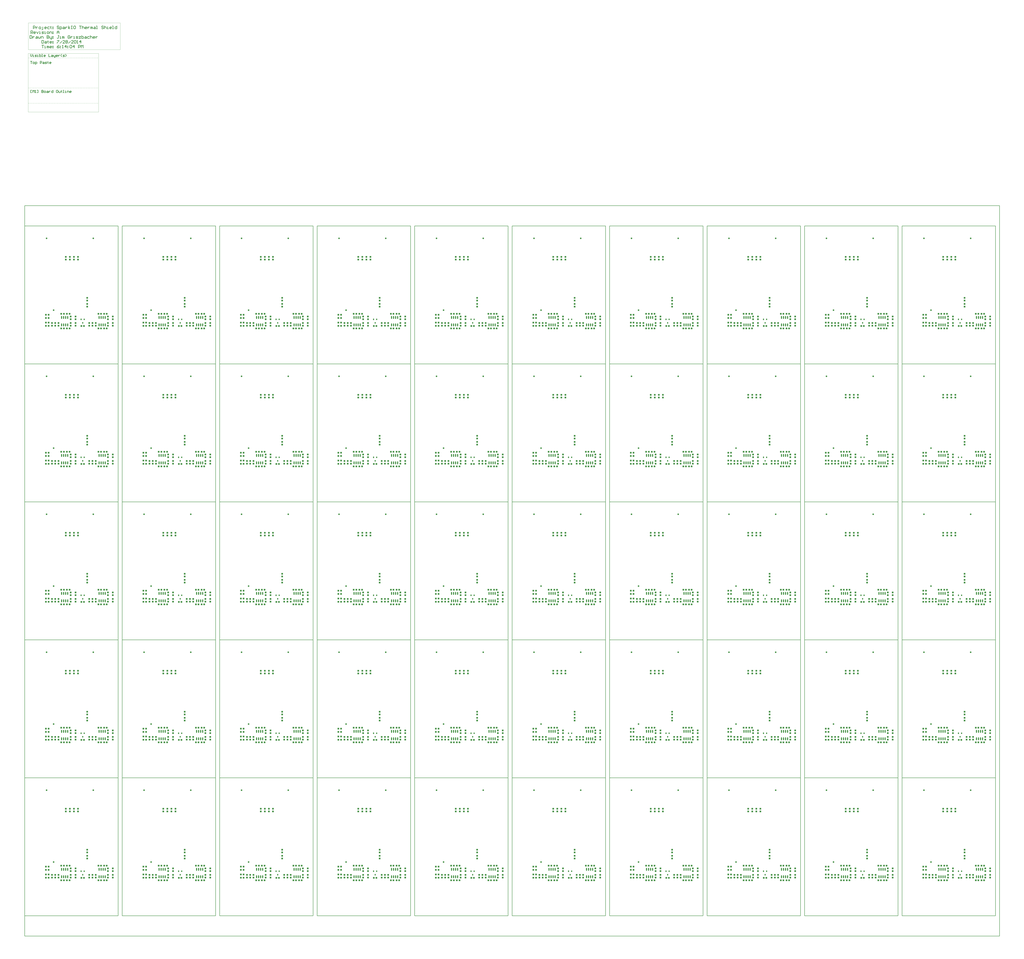
<source format=gtp>
%FSLAX25Y25*%
%MOIN*%
G70*
G01*
G75*
G04 Layer_Color=8421504*
%ADD10C,0.01200*%
%ADD11R,0.02559X0.03740*%
G04:AMPARAMS|DCode=12|XSize=37.4mil|YSize=25.59mil|CornerRadius=6.4mil|HoleSize=0mil|Usage=FLASHONLY|Rotation=270.000|XOffset=0mil|YOffset=0mil|HoleType=Round|Shape=RoundedRectangle|*
%AMROUNDEDRECTD12*
21,1,0.03740,0.01280,0,0,270.0*
21,1,0.02461,0.02559,0,0,270.0*
1,1,0.01280,-0.00640,-0.01230*
1,1,0.01280,-0.00640,0.01230*
1,1,0.01280,0.00640,0.01230*
1,1,0.01280,0.00640,-0.01230*
%
%ADD12ROUNDEDRECTD12*%
%ADD13O,0.02362X0.07480*%
%ADD14R,0.03900X0.04300*%
%ADD15C,0.04000*%
%ADD16R,0.04300X0.03900*%
%ADD17C,0.01000*%
%ADD18C,0.01500*%
%ADD19C,0.02000*%
%ADD20C,0.00394*%
%ADD21C,0.07087*%
%ADD22R,0.07087X0.07087*%
%ADD23C,0.09449*%
%ADD24C,0.05906*%
%ADD25R,0.05906X0.05906*%
%ADD26C,0.08661*%
%ADD27C,0.31496*%
%ADD28C,0.01800*%
%ADD29C,0.00787*%
%ADD30C,0.00984*%
%ADD31C,0.01575*%
%ADD32C,0.00700*%
%ADD33C,0.00800*%
D10*
X14600Y2155398D02*
X18599D01*
X16599D01*
Y2149400D01*
X21598D02*
X23597D01*
X24597Y2150400D01*
Y2152399D01*
X23597Y2153399D01*
X21598D01*
X20598Y2152399D01*
Y2150400D01*
X21598Y2149400D01*
X26596Y2147401D02*
Y2153399D01*
X29595D01*
X30595Y2152399D01*
Y2150400D01*
X29595Y2149400D01*
X26596D01*
X38592D02*
Y2155398D01*
X41591D01*
X42591Y2154398D01*
Y2152399D01*
X41591Y2151399D01*
X38592D01*
X45590Y2153399D02*
X47589D01*
X48589Y2152399D01*
Y2149400D01*
X45590D01*
X44590Y2150400D01*
X45590Y2151399D01*
X48589D01*
X50588Y2149400D02*
X53587D01*
X54587Y2150400D01*
X53587Y2151399D01*
X51588D01*
X50588Y2152399D01*
X51588Y2153399D01*
X54587D01*
X57586Y2154398D02*
Y2153399D01*
X56586D01*
X58586D01*
X57586D01*
Y2150400D01*
X58586Y2149400D01*
X64584D02*
X62585D01*
X61585Y2150400D01*
Y2152399D01*
X62585Y2153399D01*
X64584D01*
X65583Y2152399D01*
Y2151399D01*
X61585D01*
X17199Y2078300D02*
X15200D01*
Y2084298D01*
X17199D01*
X20198Y2078300D02*
Y2084298D01*
X22198Y2082299D01*
X24197Y2084298D01*
Y2078300D01*
X26196D02*
X28196D01*
X27196D01*
Y2084298D01*
X26196Y2083298D01*
X31195Y2078300D02*
X33194D01*
Y2084298D01*
X31195D01*
X42191D02*
Y2078300D01*
X45190D01*
X46190Y2079300D01*
Y2080299D01*
X45190Y2081299D01*
X42191D01*
X45190D01*
X46190Y2082299D01*
Y2083298D01*
X45190Y2084298D01*
X42191D01*
X49189Y2078300D02*
X51188D01*
X52188Y2079300D01*
Y2081299D01*
X51188Y2082299D01*
X49189D01*
X48189Y2081299D01*
Y2079300D01*
X49189Y2078300D01*
X55187Y2082299D02*
X57186D01*
X58186Y2081299D01*
Y2078300D01*
X55187D01*
X54187Y2079300D01*
X55187Y2080299D01*
X58186D01*
X60185Y2082299D02*
Y2078300D01*
Y2080299D01*
X61185Y2081299D01*
X62185Y2082299D01*
X63184D01*
X70182Y2084298D02*
Y2078300D01*
X67183D01*
X66184Y2079300D01*
Y2081299D01*
X67183Y2082299D01*
X70182D01*
X81179Y2084298D02*
X79179D01*
X78180Y2083298D01*
Y2079300D01*
X79179Y2078300D01*
X81179D01*
X82178Y2079300D01*
Y2083298D01*
X81179Y2084298D01*
X84178Y2082299D02*
Y2079300D01*
X85177Y2078300D01*
X88176D01*
Y2082299D01*
X91175Y2083298D02*
Y2082299D01*
X90176D01*
X92175D01*
X91175D01*
Y2079300D01*
X92175Y2078300D01*
X95174D02*
X97174D01*
X96174D01*
Y2084298D01*
X95174D01*
X100172Y2078300D02*
X102172D01*
X101172D01*
Y2082299D01*
X100172D01*
X105171Y2078300D02*
Y2082299D01*
X108170D01*
X109170Y2081299D01*
Y2078300D01*
X114168D02*
X112169D01*
X111169Y2079300D01*
Y2081299D01*
X112169Y2082299D01*
X114168D01*
X115168Y2081299D01*
Y2080299D01*
X111169D01*
X14600Y2172878D02*
Y2168879D01*
X16599Y2166879D01*
X18599Y2168879D01*
Y2172878D01*
X20598Y2166879D02*
X22597D01*
X21598D01*
Y2170878D01*
X20598D01*
X25596Y2166879D02*
X28596D01*
X29595Y2167879D01*
X28596Y2168879D01*
X26596D01*
X25596Y2169879D01*
X26596Y2170878D01*
X29595D01*
X31594Y2166879D02*
X33594D01*
X32594D01*
Y2170878D01*
X31594D01*
X36593Y2172878D02*
Y2166879D01*
X39592D01*
X40592Y2167879D01*
Y2168879D01*
Y2169879D01*
X39592Y2170878D01*
X36593D01*
X42591Y2166879D02*
X44590D01*
X43591D01*
Y2172878D01*
X42591D01*
X50588Y2166879D02*
X48589D01*
X47589Y2167879D01*
Y2169879D01*
X48589Y2170878D01*
X50588D01*
X51588Y2169879D01*
Y2168879D01*
X47589D01*
X59585Y2172878D02*
Y2166879D01*
X63584D01*
X66583Y2170878D02*
X68582D01*
X69582Y2169879D01*
Y2166879D01*
X66583D01*
X65583Y2167879D01*
X66583Y2168879D01*
X69582D01*
X71582Y2170878D02*
Y2167879D01*
X72581Y2166879D01*
X75580D01*
Y2165880D01*
X74581Y2164880D01*
X73581D01*
X75580Y2166879D02*
Y2170878D01*
X80579Y2166879D02*
X78579D01*
X77580Y2167879D01*
Y2169879D01*
X78579Y2170878D01*
X80579D01*
X81578Y2169879D01*
Y2168879D01*
X77580D01*
X83578Y2170878D02*
Y2166879D01*
Y2168879D01*
X84577Y2169879D01*
X85577Y2170878D01*
X86577D01*
X91575Y2166879D02*
X89576Y2168879D01*
Y2170878D01*
X91575Y2172878D01*
X94574Y2166879D02*
X97573D01*
X98573Y2167879D01*
X97573Y2168879D01*
X95574D01*
X94574Y2169879D01*
X95574Y2170878D01*
X98573D01*
X100572Y2166879D02*
X102571Y2168879D01*
Y2170878D01*
X100572Y2172878D01*
X21364Y2235431D02*
Y2242428D01*
X24863D01*
X26029Y2241262D01*
Y2238930D01*
X24863Y2237763D01*
X21364D01*
X28362Y2240096D02*
Y2235431D01*
Y2237763D01*
X29528Y2238930D01*
X30694Y2240096D01*
X31861D01*
X36526Y2235431D02*
X38858D01*
X40025Y2236597D01*
Y2238930D01*
X38858Y2240096D01*
X36526D01*
X35359Y2238930D01*
Y2236597D01*
X36526Y2235431D01*
X42357Y2233098D02*
X43523D01*
X44690Y2234264D01*
Y2240096D01*
X52854Y2235431D02*
X50521D01*
X49355Y2236597D01*
Y2238930D01*
X50521Y2240096D01*
X52854D01*
X54020Y2238930D01*
Y2237763D01*
X49355D01*
X61018Y2240096D02*
X57519D01*
X56353Y2238930D01*
Y2236597D01*
X57519Y2235431D01*
X61018D01*
X64517Y2241262D02*
Y2240096D01*
X63350D01*
X65683D01*
X64517D01*
Y2236597D01*
X65683Y2235431D01*
X69182Y2240096D02*
X70348D01*
Y2238930D01*
X69182D01*
Y2240096D01*
Y2236597D02*
X70348D01*
Y2235431D01*
X69182D01*
Y2236597D01*
X15532Y2223620D02*
Y2230617D01*
X19031D01*
X20198Y2229451D01*
Y2227118D01*
X19031Y2225952D01*
X15532D01*
X17865D02*
X20198Y2223620D01*
X26029D02*
X23697D01*
X22530Y2224786D01*
Y2227118D01*
X23697Y2228285D01*
X26029D01*
X27195Y2227118D01*
Y2225952D01*
X22530D01*
X29528Y2228285D02*
X31861Y2223620D01*
X34193Y2228285D01*
X36526Y2223620D02*
X38858D01*
X37692D01*
Y2228285D01*
X36526D01*
X42357Y2223620D02*
X45856D01*
X47022Y2224786D01*
X45856Y2225952D01*
X43523D01*
X42357Y2227118D01*
X43523Y2228285D01*
X47022D01*
X49355Y2223620D02*
X51688D01*
X50521D01*
Y2228285D01*
X49355D01*
X56353Y2223620D02*
X58685D01*
X59851Y2224786D01*
Y2227118D01*
X58685Y2228285D01*
X56353D01*
X55186Y2227118D01*
Y2224786D01*
X56353Y2223620D01*
X62184D02*
Y2228285D01*
X65683D01*
X66849Y2227118D01*
Y2223620D01*
X69182Y2228285D02*
X70348D01*
Y2227118D01*
X69182D01*
Y2228285D01*
Y2224786D02*
X70348D01*
Y2223620D01*
X69182D01*
Y2224786D01*
X13200Y2218806D02*
Y2211809D01*
X16699D01*
X17865Y2212975D01*
Y2217640D01*
X16699Y2218806D01*
X13200D01*
X20198Y2216474D02*
Y2211809D01*
Y2214141D01*
X21364Y2215307D01*
X22530Y2216474D01*
X23697D01*
X28362D02*
X30694D01*
X31861Y2215307D01*
Y2211809D01*
X28362D01*
X27195Y2212975D01*
X28362Y2214141D01*
X31861D01*
X34193Y2216474D02*
Y2212975D01*
X35359Y2211809D01*
X36526Y2212975D01*
X37692Y2211809D01*
X38858Y2212975D01*
Y2216474D01*
X41191Y2211809D02*
Y2216474D01*
X44690D01*
X45856Y2215307D01*
Y2211809D01*
X55186Y2218806D02*
Y2211809D01*
X58685D01*
X59851Y2212975D01*
Y2214141D01*
X58685Y2215307D01*
X55186D01*
X58685D01*
X59851Y2216474D01*
Y2217640D01*
X58685Y2218806D01*
X55186D01*
X62184Y2216474D02*
Y2212975D01*
X63350Y2211809D01*
X66849D01*
Y2210642D01*
X65683Y2209476D01*
X64517D01*
X66849Y2211809D02*
Y2216474D01*
X69182D02*
X70348D01*
Y2215307D01*
X69182D01*
Y2216474D01*
Y2212975D02*
X70348D01*
Y2211809D01*
X69182D01*
Y2212975D01*
X42357Y2206995D02*
Y2199998D01*
X45856D01*
X47022Y2201164D01*
Y2205829D01*
X45856Y2206995D01*
X42357D01*
X50521Y2204663D02*
X52854D01*
X54020Y2203497D01*
Y2199998D01*
X50521D01*
X49355Y2201164D01*
X50521Y2202330D01*
X54020D01*
X57519Y2205829D02*
Y2204663D01*
X56353D01*
X58685D01*
X57519D01*
Y2201164D01*
X58685Y2199998D01*
X65683D02*
X63350D01*
X62184Y2201164D01*
Y2203497D01*
X63350Y2204663D01*
X65683D01*
X66849Y2203497D01*
Y2202330D01*
X62184D01*
X69182Y2204663D02*
X70348D01*
Y2203497D01*
X69182D01*
Y2204663D01*
Y2201164D02*
X70348D01*
Y2199998D01*
X69182D01*
Y2201164D01*
X42357Y2195184D02*
X47022D01*
X44690D01*
Y2188187D01*
X49355D02*
X51688D01*
X50521D01*
Y2192852D01*
X49355D01*
X55186Y2188187D02*
Y2192852D01*
X56353D01*
X57519Y2191685D01*
Y2188187D01*
Y2191685D01*
X58685Y2192852D01*
X59851Y2191685D01*
Y2188187D01*
X65683D02*
X63350D01*
X62184Y2189353D01*
Y2191685D01*
X63350Y2192852D01*
X65683D01*
X66849Y2191685D01*
Y2190519D01*
X62184D01*
X69182Y2192852D02*
X70348D01*
Y2191685D01*
X69182D01*
Y2192852D01*
Y2189353D02*
X70348D01*
Y2188187D01*
X69182D01*
Y2189353D01*
X84794Y2241262D02*
X83628Y2242428D01*
X81295D01*
X80129Y2241262D01*
Y2240096D01*
X81295Y2238930D01*
X83628D01*
X84794Y2237763D01*
Y2236597D01*
X83628Y2235431D01*
X81295D01*
X80129Y2236597D01*
X87127Y2233098D02*
Y2240096D01*
X90626D01*
X91792Y2238930D01*
Y2236597D01*
X90626Y2235431D01*
X87127D01*
X95291Y2240096D02*
X97623D01*
X98790Y2238930D01*
Y2235431D01*
X95291D01*
X94125Y2236597D01*
X95291Y2237763D01*
X98790D01*
X101122Y2240096D02*
Y2235431D01*
Y2237763D01*
X102289Y2238930D01*
X103455Y2240096D01*
X104621D01*
X108120Y2235431D02*
Y2242428D01*
Y2237763D02*
X111619Y2240096D01*
X108120Y2237763D02*
X111619Y2235431D01*
X115118Y2242428D02*
X117450D01*
X116284D01*
Y2235431D01*
X115118D01*
X117450D01*
X124448Y2242428D02*
X122116D01*
X120949Y2241262D01*
Y2236597D01*
X122116Y2235431D01*
X124448D01*
X125614Y2236597D01*
Y2241262D01*
X124448Y2242428D01*
X134945D02*
X139610D01*
X137277D01*
Y2235431D01*
X141943Y2242428D02*
Y2235431D01*
Y2238930D01*
X143109Y2240096D01*
X145441D01*
X146608Y2238930D01*
Y2235431D01*
X152439D02*
X150107D01*
X148940Y2236597D01*
Y2238930D01*
X150107Y2240096D01*
X152439D01*
X153605Y2238930D01*
Y2237763D01*
X148940D01*
X155938Y2240096D02*
Y2235431D01*
Y2237763D01*
X157104Y2238930D01*
X158271Y2240096D01*
X159437D01*
X162936Y2235431D02*
Y2240096D01*
X164102D01*
X165268Y2238930D01*
Y2235431D01*
Y2238930D01*
X166435Y2240096D01*
X167601Y2238930D01*
Y2235431D01*
X171100Y2240096D02*
X173432D01*
X174599Y2238930D01*
Y2235431D01*
X171100D01*
X169933Y2236597D01*
X171100Y2237763D01*
X174599D01*
X176931Y2235431D02*
X179264D01*
X178097D01*
Y2242428D01*
X176931D01*
X194425Y2241262D02*
X193259Y2242428D01*
X190927D01*
X189760Y2241262D01*
Y2240096D01*
X190927Y2238930D01*
X193259D01*
X194425Y2237763D01*
Y2236597D01*
X193259Y2235431D01*
X190927D01*
X189760Y2236597D01*
X196758Y2242428D02*
Y2235431D01*
Y2238930D01*
X197924Y2240096D01*
X200257D01*
X201423Y2238930D01*
Y2235431D01*
X203756D02*
X206088D01*
X204922D01*
Y2240096D01*
X203756D01*
X213086Y2235431D02*
X210754D01*
X209587Y2236597D01*
Y2238930D01*
X210754Y2240096D01*
X213086D01*
X214252Y2238930D01*
Y2237763D01*
X209587D01*
X216585Y2235431D02*
X218918D01*
X217751D01*
Y2242428D01*
X216585D01*
X227082D02*
Y2235431D01*
X223583D01*
X222416Y2236597D01*
Y2238930D01*
X223583Y2240096D01*
X227082D01*
X80129Y2223620D02*
Y2228285D01*
X82462Y2230617D01*
X84794Y2228285D01*
Y2223620D01*
Y2227118D01*
X80129D01*
X84794Y2218806D02*
X82462D01*
X83628D01*
Y2212975D01*
X82462Y2211809D01*
X81295D01*
X80129Y2212975D01*
X87127Y2211809D02*
X89459D01*
X88293D01*
Y2216474D01*
X87127D01*
X92958Y2211809D02*
Y2216474D01*
X94125D01*
X95291Y2215307D01*
Y2211809D01*
Y2215307D01*
X96457Y2216474D01*
X97623Y2215307D01*
Y2211809D01*
X111619Y2217640D02*
X110453Y2218806D01*
X108120D01*
X106954Y2217640D01*
Y2212975D01*
X108120Y2211809D01*
X110453D01*
X111619Y2212975D01*
Y2215307D01*
X109286D01*
X113952Y2216474D02*
Y2211809D01*
Y2214141D01*
X115118Y2215307D01*
X116284Y2216474D01*
X117450D01*
X120949Y2211809D02*
X123282D01*
X122116D01*
Y2216474D01*
X120949D01*
X126781Y2211809D02*
X130280D01*
X131446Y2212975D01*
X130280Y2214141D01*
X127947D01*
X126781Y2215307D01*
X127947Y2216474D01*
X131446D01*
X133778D02*
X138444D01*
X133778Y2211809D01*
X138444D01*
X140776Y2218806D02*
Y2211809D01*
X144275D01*
X145441Y2212975D01*
Y2214141D01*
Y2215307D01*
X144275Y2216474D01*
X140776D01*
X148940D02*
X151273D01*
X152439Y2215307D01*
Y2211809D01*
X148940D01*
X147774Y2212975D01*
X148940Y2214141D01*
X152439D01*
X159437Y2216474D02*
X155938D01*
X154772Y2215307D01*
Y2212975D01*
X155938Y2211809D01*
X159437D01*
X161769Y2218806D02*
Y2211809D01*
Y2215307D01*
X162936Y2216474D01*
X165268D01*
X166435Y2215307D01*
Y2211809D01*
X172266D02*
X169933D01*
X168767Y2212975D01*
Y2215307D01*
X169933Y2216474D01*
X172266D01*
X173432Y2215307D01*
Y2214141D01*
X168767D01*
X175765Y2216474D02*
Y2211809D01*
Y2214141D01*
X176931Y2215307D01*
X178097Y2216474D01*
X179264D01*
X84794Y2195184D02*
X82462Y2194018D01*
X80129Y2191685D01*
Y2189353D01*
X81295Y2188187D01*
X83628D01*
X84794Y2189353D01*
Y2190519D01*
X83628Y2191685D01*
X80129D01*
X87127Y2192852D02*
X88293D01*
Y2191685D01*
X87127D01*
Y2192852D01*
Y2189353D02*
X88293D01*
Y2188187D01*
X87127D01*
Y2189353D01*
X92958Y2188187D02*
X95291D01*
X94125D01*
Y2195184D01*
X92958Y2194018D01*
X102289Y2188187D02*
Y2195184D01*
X98790Y2191685D01*
X103455D01*
X105788Y2192852D02*
X106954D01*
Y2191685D01*
X105788D01*
Y2192852D01*
Y2189353D02*
X106954D01*
Y2188187D01*
X105788D01*
Y2189353D01*
X111619Y2194018D02*
X112785Y2195184D01*
X115118D01*
X116284Y2194018D01*
Y2189353D01*
X115118Y2188187D01*
X112785D01*
X111619Y2189353D01*
Y2194018D01*
X122116Y2188187D02*
Y2195184D01*
X118617Y2191685D01*
X123282D01*
X132612Y2188187D02*
Y2195184D01*
X136111D01*
X137277Y2194018D01*
Y2191685D01*
X136111Y2190519D01*
X132612D01*
X139610Y2188187D02*
Y2195184D01*
X141943Y2192852D01*
X144275Y2195184D01*
Y2188187D01*
X80129Y2206995D02*
X84794D01*
Y2205829D01*
X80129Y2201164D01*
Y2199998D01*
X87127D02*
X91792Y2204663D01*
X98790Y2199998D02*
X94125D01*
X98790Y2204663D01*
Y2205829D01*
X97623Y2206995D01*
X95291D01*
X94125Y2205829D01*
X101122D02*
X102289Y2206995D01*
X104621D01*
X105788Y2205829D01*
Y2204663D01*
X104621Y2203497D01*
X105788Y2202330D01*
Y2201164D01*
X104621Y2199998D01*
X102289D01*
X101122Y2201164D01*
Y2202330D01*
X102289Y2203497D01*
X101122Y2204663D01*
Y2205829D01*
X102289Y2203497D02*
X104621D01*
X108120Y2199998D02*
X112785Y2204663D01*
X119783Y2199998D02*
X115118D01*
X119783Y2204663D01*
Y2205829D01*
X118617Y2206995D01*
X116284D01*
X115118Y2205829D01*
X122116D02*
X123282Y2206995D01*
X125614D01*
X126781Y2205829D01*
Y2201164D01*
X125614Y2199998D01*
X123282D01*
X122116Y2201164D01*
Y2205829D01*
X129113Y2199998D02*
X131446D01*
X130280D01*
Y2206995D01*
X129113Y2205829D01*
X138444Y2199998D02*
Y2206995D01*
X134945Y2203497D01*
X139610D01*
D11*
X146740Y159631D02*
D03*
X386740D02*
D03*
X626740D02*
D03*
X866740D02*
D03*
X1106740D02*
D03*
X1346740D02*
D03*
X1586740D02*
D03*
X1826740D02*
D03*
X2066740D02*
D03*
X2306740D02*
D03*
X146740Y499631D02*
D03*
X386740D02*
D03*
X626740D02*
D03*
X866740D02*
D03*
X1106740D02*
D03*
X1346740D02*
D03*
X1586740D02*
D03*
X1826740D02*
D03*
X2066740D02*
D03*
X2306740D02*
D03*
X146740Y839631D02*
D03*
X386740D02*
D03*
X626740D02*
D03*
X866740D02*
D03*
X1106740D02*
D03*
X1346740D02*
D03*
X1586740D02*
D03*
X1826740D02*
D03*
X2066740D02*
D03*
X2306740D02*
D03*
X146740Y1179631D02*
D03*
X386740D02*
D03*
X626740D02*
D03*
X866740D02*
D03*
X1106740D02*
D03*
X1346740D02*
D03*
X1586740D02*
D03*
X1826740D02*
D03*
X2066740D02*
D03*
X2306740D02*
D03*
X146740Y1519631D02*
D03*
X386740D02*
D03*
X626740D02*
D03*
X866740D02*
D03*
X1106740D02*
D03*
X1346740D02*
D03*
X1586740D02*
D03*
X1826740D02*
D03*
X2066740D02*
D03*
X2306740D02*
D03*
D12*
X139260Y159631D02*
D03*
X143000Y150969D02*
D03*
X379260Y159631D02*
D03*
X383000Y150969D02*
D03*
X619260Y159631D02*
D03*
X623000Y150969D02*
D03*
X859260Y159631D02*
D03*
X863000Y150969D02*
D03*
X1099260Y159631D02*
D03*
X1103000Y150969D02*
D03*
X1339260Y159631D02*
D03*
X1343000Y150969D02*
D03*
X1579260Y159631D02*
D03*
X1583000Y150969D02*
D03*
X1819260Y159631D02*
D03*
X1823000Y150969D02*
D03*
X2059260Y159631D02*
D03*
X2063000Y150969D02*
D03*
X2299260Y159631D02*
D03*
X2303000Y150969D02*
D03*
X139260Y499631D02*
D03*
X143000Y490969D02*
D03*
X379260Y499631D02*
D03*
X383000Y490969D02*
D03*
X619260Y499631D02*
D03*
X623000Y490969D02*
D03*
X859260Y499631D02*
D03*
X863000Y490969D02*
D03*
X1099260Y499631D02*
D03*
X1103000Y490969D02*
D03*
X1339260Y499631D02*
D03*
X1343000Y490969D02*
D03*
X1579260Y499631D02*
D03*
X1583000Y490969D02*
D03*
X1819260Y499631D02*
D03*
X1823000Y490969D02*
D03*
X2059260Y499631D02*
D03*
X2063000Y490969D02*
D03*
X2299260Y499631D02*
D03*
X2303000Y490969D02*
D03*
X139260Y839631D02*
D03*
X143000Y830969D02*
D03*
X379260Y839631D02*
D03*
X383000Y830969D02*
D03*
X619260Y839631D02*
D03*
X623000Y830969D02*
D03*
X859260Y839631D02*
D03*
X863000Y830969D02*
D03*
X1099260Y839631D02*
D03*
X1103000Y830969D02*
D03*
X1339260Y839631D02*
D03*
X1343000Y830969D02*
D03*
X1579260Y839631D02*
D03*
X1583000Y830969D02*
D03*
X1819260Y839631D02*
D03*
X1823000Y830969D02*
D03*
X2059260Y839631D02*
D03*
X2063000Y830969D02*
D03*
X2299260Y839631D02*
D03*
X2303000Y830969D02*
D03*
X139260Y1179631D02*
D03*
X143000Y1170969D02*
D03*
X379260Y1179631D02*
D03*
X383000Y1170969D02*
D03*
X619260Y1179631D02*
D03*
X623000Y1170969D02*
D03*
X859260Y1179631D02*
D03*
X863000Y1170969D02*
D03*
X1099260Y1179631D02*
D03*
X1103000Y1170969D02*
D03*
X1339260Y1179631D02*
D03*
X1343000Y1170969D02*
D03*
X1579260Y1179631D02*
D03*
X1583000Y1170969D02*
D03*
X1819260Y1179631D02*
D03*
X1823000Y1170969D02*
D03*
X2059260Y1179631D02*
D03*
X2063000Y1170969D02*
D03*
X2299260Y1179631D02*
D03*
X2303000Y1170969D02*
D03*
X139260Y1519631D02*
D03*
X143000Y1510969D02*
D03*
X379260Y1519631D02*
D03*
X383000Y1510969D02*
D03*
X619260Y1519631D02*
D03*
X623000Y1510969D02*
D03*
X859260Y1519631D02*
D03*
X863000Y1510969D02*
D03*
X1099260Y1519631D02*
D03*
X1103000Y1510969D02*
D03*
X1339260Y1519631D02*
D03*
X1343000Y1510969D02*
D03*
X1579260Y1519631D02*
D03*
X1583000Y1510969D02*
D03*
X1819260Y1519631D02*
D03*
X1823000Y1510969D02*
D03*
X2059260Y1519631D02*
D03*
X2063000Y1510969D02*
D03*
X2299260Y1519631D02*
D03*
X2303000Y1510969D02*
D03*
D13*
X183500Y145749D02*
D03*
X188500D02*
D03*
X193500D02*
D03*
X198500D02*
D03*
X183500Y164253D02*
D03*
X188500D02*
D03*
X193500D02*
D03*
X198500D02*
D03*
X91279Y145749D02*
D03*
X96279D02*
D03*
X101279D02*
D03*
X106279D02*
D03*
X91279Y164253D02*
D03*
X96279D02*
D03*
X101279D02*
D03*
X106279D02*
D03*
X423500Y145749D02*
D03*
X428500D02*
D03*
X433500D02*
D03*
X438500D02*
D03*
X423500Y164253D02*
D03*
X428500D02*
D03*
X433500D02*
D03*
X438500D02*
D03*
X331279Y145749D02*
D03*
X336279D02*
D03*
X341279D02*
D03*
X346279D02*
D03*
X331279Y164253D02*
D03*
X336279D02*
D03*
X341279D02*
D03*
X346279D02*
D03*
X663500Y145749D02*
D03*
X668500D02*
D03*
X673500D02*
D03*
X678500D02*
D03*
X663500Y164253D02*
D03*
X668500D02*
D03*
X673500D02*
D03*
X678500D02*
D03*
X571279Y145749D02*
D03*
X576279D02*
D03*
X581279D02*
D03*
X586279D02*
D03*
X571279Y164253D02*
D03*
X576279D02*
D03*
X581279D02*
D03*
X586279D02*
D03*
X903500Y145749D02*
D03*
X908500D02*
D03*
X913500D02*
D03*
X918500D02*
D03*
X903500Y164253D02*
D03*
X908500D02*
D03*
X913500D02*
D03*
X918500D02*
D03*
X811279Y145749D02*
D03*
X816279D02*
D03*
X821279D02*
D03*
X826279D02*
D03*
X811279Y164253D02*
D03*
X816279D02*
D03*
X821279D02*
D03*
X826279D02*
D03*
X1143500Y145749D02*
D03*
X1148500D02*
D03*
X1153500D02*
D03*
X1158500D02*
D03*
X1143500Y164253D02*
D03*
X1148500D02*
D03*
X1153500D02*
D03*
X1158500D02*
D03*
X1051279Y145749D02*
D03*
X1056279D02*
D03*
X1061279D02*
D03*
X1066279D02*
D03*
X1051279Y164253D02*
D03*
X1056279D02*
D03*
X1061279D02*
D03*
X1066279D02*
D03*
X1383500Y145749D02*
D03*
X1388500D02*
D03*
X1393500D02*
D03*
X1398500D02*
D03*
X1383500Y164253D02*
D03*
X1388500D02*
D03*
X1393500D02*
D03*
X1398500D02*
D03*
X1291279Y145749D02*
D03*
X1296279D02*
D03*
X1301279D02*
D03*
X1306279D02*
D03*
X1291279Y164253D02*
D03*
X1296279D02*
D03*
X1301279D02*
D03*
X1306279D02*
D03*
X1623500Y145749D02*
D03*
X1628500D02*
D03*
X1633500D02*
D03*
X1638500D02*
D03*
X1623500Y164253D02*
D03*
X1628500D02*
D03*
X1633500D02*
D03*
X1638500D02*
D03*
X1531279Y145749D02*
D03*
X1536279D02*
D03*
X1541279D02*
D03*
X1546279D02*
D03*
X1531279Y164253D02*
D03*
X1536279D02*
D03*
X1541279D02*
D03*
X1546279D02*
D03*
X1863500Y145749D02*
D03*
X1868500D02*
D03*
X1873500D02*
D03*
X1878500D02*
D03*
X1863500Y164253D02*
D03*
X1868500D02*
D03*
X1873500D02*
D03*
X1878500D02*
D03*
X1771279Y145749D02*
D03*
X1776279D02*
D03*
X1781279D02*
D03*
X1786279D02*
D03*
X1771279Y164253D02*
D03*
X1776279D02*
D03*
X1781279D02*
D03*
X1786279D02*
D03*
X2103500Y145749D02*
D03*
X2108500D02*
D03*
X2113500D02*
D03*
X2118500D02*
D03*
X2103500Y164253D02*
D03*
X2108500D02*
D03*
X2113500D02*
D03*
X2118500D02*
D03*
X2011279Y145749D02*
D03*
X2016279D02*
D03*
X2021279D02*
D03*
X2026279D02*
D03*
X2011279Y164253D02*
D03*
X2016279D02*
D03*
X2021279D02*
D03*
X2026279D02*
D03*
X2343500Y145749D02*
D03*
X2348500D02*
D03*
X2353500D02*
D03*
X2358500D02*
D03*
X2343500Y164253D02*
D03*
X2348500D02*
D03*
X2353500D02*
D03*
X2358500D02*
D03*
X2251279Y145749D02*
D03*
X2256279D02*
D03*
X2261279D02*
D03*
X2266279D02*
D03*
X2251279Y164253D02*
D03*
X2256279D02*
D03*
X2261279D02*
D03*
X2266279D02*
D03*
X183500Y485749D02*
D03*
X188500D02*
D03*
X193500D02*
D03*
X198500D02*
D03*
X183500Y504253D02*
D03*
X188500D02*
D03*
X193500D02*
D03*
X198500D02*
D03*
X91279Y485749D02*
D03*
X96279D02*
D03*
X101279D02*
D03*
X106279D02*
D03*
X91279Y504253D02*
D03*
X96279D02*
D03*
X101279D02*
D03*
X106279D02*
D03*
X423500Y485749D02*
D03*
X428500D02*
D03*
X433500D02*
D03*
X438500D02*
D03*
X423500Y504253D02*
D03*
X428500D02*
D03*
X433500D02*
D03*
X438500D02*
D03*
X331279Y485749D02*
D03*
X336279D02*
D03*
X341279D02*
D03*
X346279D02*
D03*
X331279Y504253D02*
D03*
X336279D02*
D03*
X341279D02*
D03*
X346279D02*
D03*
X663500Y485749D02*
D03*
X668500D02*
D03*
X673500D02*
D03*
X678500D02*
D03*
X663500Y504253D02*
D03*
X668500D02*
D03*
X673500D02*
D03*
X678500D02*
D03*
X571279Y485749D02*
D03*
X576279D02*
D03*
X581279D02*
D03*
X586279D02*
D03*
X571279Y504253D02*
D03*
X576279D02*
D03*
X581279D02*
D03*
X586279D02*
D03*
X903500Y485749D02*
D03*
X908500D02*
D03*
X913500D02*
D03*
X918500D02*
D03*
X903500Y504253D02*
D03*
X908500D02*
D03*
X913500D02*
D03*
X918500D02*
D03*
X811279Y485749D02*
D03*
X816279D02*
D03*
X821279D02*
D03*
X826279D02*
D03*
X811279Y504253D02*
D03*
X816279D02*
D03*
X821279D02*
D03*
X826279D02*
D03*
X1143500Y485749D02*
D03*
X1148500D02*
D03*
X1153500D02*
D03*
X1158500D02*
D03*
X1143500Y504253D02*
D03*
X1148500D02*
D03*
X1153500D02*
D03*
X1158500D02*
D03*
X1051279Y485749D02*
D03*
X1056279D02*
D03*
X1061279D02*
D03*
X1066279D02*
D03*
X1051279Y504253D02*
D03*
X1056279D02*
D03*
X1061279D02*
D03*
X1066279D02*
D03*
X1383500Y485749D02*
D03*
X1388500D02*
D03*
X1393500D02*
D03*
X1398500D02*
D03*
X1383500Y504253D02*
D03*
X1388500D02*
D03*
X1393500D02*
D03*
X1398500D02*
D03*
X1291279Y485749D02*
D03*
X1296279D02*
D03*
X1301279D02*
D03*
X1306279D02*
D03*
X1291279Y504253D02*
D03*
X1296279D02*
D03*
X1301279D02*
D03*
X1306279D02*
D03*
X1623500Y485749D02*
D03*
X1628500D02*
D03*
X1633500D02*
D03*
X1638500D02*
D03*
X1623500Y504253D02*
D03*
X1628500D02*
D03*
X1633500D02*
D03*
X1638500D02*
D03*
X1531279Y485749D02*
D03*
X1536279D02*
D03*
X1541279D02*
D03*
X1546279D02*
D03*
X1531279Y504253D02*
D03*
X1536279D02*
D03*
X1541279D02*
D03*
X1546279D02*
D03*
X1863500Y485749D02*
D03*
X1868500D02*
D03*
X1873500D02*
D03*
X1878500D02*
D03*
X1863500Y504253D02*
D03*
X1868500D02*
D03*
X1873500D02*
D03*
X1878500D02*
D03*
X1771279Y485749D02*
D03*
X1776279D02*
D03*
X1781279D02*
D03*
X1786279D02*
D03*
X1771279Y504253D02*
D03*
X1776279D02*
D03*
X1781279D02*
D03*
X1786279D02*
D03*
X2103500Y485749D02*
D03*
X2108500D02*
D03*
X2113500D02*
D03*
X2118500D02*
D03*
X2103500Y504253D02*
D03*
X2108500D02*
D03*
X2113500D02*
D03*
X2118500D02*
D03*
X2011279Y485749D02*
D03*
X2016279D02*
D03*
X2021279D02*
D03*
X2026279D02*
D03*
X2011279Y504253D02*
D03*
X2016279D02*
D03*
X2021279D02*
D03*
X2026279D02*
D03*
X2343500Y485749D02*
D03*
X2348500D02*
D03*
X2353500D02*
D03*
X2358500D02*
D03*
X2343500Y504253D02*
D03*
X2348500D02*
D03*
X2353500D02*
D03*
X2358500D02*
D03*
X2251279Y485749D02*
D03*
X2256279D02*
D03*
X2261279D02*
D03*
X2266279D02*
D03*
X2251279Y504253D02*
D03*
X2256279D02*
D03*
X2261279D02*
D03*
X2266279D02*
D03*
X183500Y825749D02*
D03*
X188500D02*
D03*
X193500D02*
D03*
X198500D02*
D03*
X183500Y844253D02*
D03*
X188500D02*
D03*
X193500D02*
D03*
X198500D02*
D03*
X91279Y825749D02*
D03*
X96279D02*
D03*
X101279D02*
D03*
X106279D02*
D03*
X91279Y844253D02*
D03*
X96279D02*
D03*
X101279D02*
D03*
X106279D02*
D03*
X423500Y825749D02*
D03*
X428500D02*
D03*
X433500D02*
D03*
X438500D02*
D03*
X423500Y844253D02*
D03*
X428500D02*
D03*
X433500D02*
D03*
X438500D02*
D03*
X331279Y825749D02*
D03*
X336279D02*
D03*
X341279D02*
D03*
X346279D02*
D03*
X331279Y844253D02*
D03*
X336279D02*
D03*
X341279D02*
D03*
X346279D02*
D03*
X663500Y825749D02*
D03*
X668500D02*
D03*
X673500D02*
D03*
X678500D02*
D03*
X663500Y844253D02*
D03*
X668500D02*
D03*
X673500D02*
D03*
X678500D02*
D03*
X571279Y825749D02*
D03*
X576279D02*
D03*
X581279D02*
D03*
X586279D02*
D03*
X571279Y844253D02*
D03*
X576279D02*
D03*
X581279D02*
D03*
X586279D02*
D03*
X903500Y825749D02*
D03*
X908500D02*
D03*
X913500D02*
D03*
X918500D02*
D03*
X903500Y844253D02*
D03*
X908500D02*
D03*
X913500D02*
D03*
X918500D02*
D03*
X811279Y825749D02*
D03*
X816279D02*
D03*
X821279D02*
D03*
X826279D02*
D03*
X811279Y844253D02*
D03*
X816279D02*
D03*
X821279D02*
D03*
X826279D02*
D03*
X1143500Y825749D02*
D03*
X1148500D02*
D03*
X1153500D02*
D03*
X1158500D02*
D03*
X1143500Y844253D02*
D03*
X1148500D02*
D03*
X1153500D02*
D03*
X1158500D02*
D03*
X1051279Y825749D02*
D03*
X1056279D02*
D03*
X1061279D02*
D03*
X1066279D02*
D03*
X1051279Y844253D02*
D03*
X1056279D02*
D03*
X1061279D02*
D03*
X1066279D02*
D03*
X1383500Y825749D02*
D03*
X1388500D02*
D03*
X1393500D02*
D03*
X1398500D02*
D03*
X1383500Y844253D02*
D03*
X1388500D02*
D03*
X1393500D02*
D03*
X1398500D02*
D03*
X1291279Y825749D02*
D03*
X1296279D02*
D03*
X1301279D02*
D03*
X1306279D02*
D03*
X1291279Y844253D02*
D03*
X1296279D02*
D03*
X1301279D02*
D03*
X1306279D02*
D03*
X1623500Y825749D02*
D03*
X1628500D02*
D03*
X1633500D02*
D03*
X1638500D02*
D03*
X1623500Y844253D02*
D03*
X1628500D02*
D03*
X1633500D02*
D03*
X1638500D02*
D03*
X1531279Y825749D02*
D03*
X1536279D02*
D03*
X1541279D02*
D03*
X1546279D02*
D03*
X1531279Y844253D02*
D03*
X1536279D02*
D03*
X1541279D02*
D03*
X1546279D02*
D03*
X1863500Y825749D02*
D03*
X1868500D02*
D03*
X1873500D02*
D03*
X1878500D02*
D03*
X1863500Y844253D02*
D03*
X1868500D02*
D03*
X1873500D02*
D03*
X1878500D02*
D03*
X1771279Y825749D02*
D03*
X1776279D02*
D03*
X1781279D02*
D03*
X1786279D02*
D03*
X1771279Y844253D02*
D03*
X1776279D02*
D03*
X1781279D02*
D03*
X1786279D02*
D03*
X2103500Y825749D02*
D03*
X2108500D02*
D03*
X2113500D02*
D03*
X2118500D02*
D03*
X2103500Y844253D02*
D03*
X2108500D02*
D03*
X2113500D02*
D03*
X2118500D02*
D03*
X2011279Y825749D02*
D03*
X2016279D02*
D03*
X2021279D02*
D03*
X2026279D02*
D03*
X2011279Y844253D02*
D03*
X2016279D02*
D03*
X2021279D02*
D03*
X2026279D02*
D03*
X2343500Y825749D02*
D03*
X2348500D02*
D03*
X2353500D02*
D03*
X2358500D02*
D03*
X2343500Y844253D02*
D03*
X2348500D02*
D03*
X2353500D02*
D03*
X2358500D02*
D03*
X2251279Y825749D02*
D03*
X2256279D02*
D03*
X2261279D02*
D03*
X2266279D02*
D03*
X2251279Y844253D02*
D03*
X2256279D02*
D03*
X2261279D02*
D03*
X2266279D02*
D03*
X183500Y1165749D02*
D03*
X188500D02*
D03*
X193500D02*
D03*
X198500D02*
D03*
X183500Y1184253D02*
D03*
X188500D02*
D03*
X193500D02*
D03*
X198500D02*
D03*
X91279Y1165749D02*
D03*
X96279D02*
D03*
X101279D02*
D03*
X106279D02*
D03*
X91279Y1184253D02*
D03*
X96279D02*
D03*
X101279D02*
D03*
X106279D02*
D03*
X423500Y1165749D02*
D03*
X428500D02*
D03*
X433500D02*
D03*
X438500D02*
D03*
X423500Y1184253D02*
D03*
X428500D02*
D03*
X433500D02*
D03*
X438500D02*
D03*
X331279Y1165749D02*
D03*
X336279D02*
D03*
X341279D02*
D03*
X346279D02*
D03*
X331279Y1184253D02*
D03*
X336279D02*
D03*
X341279D02*
D03*
X346279D02*
D03*
X663500Y1165749D02*
D03*
X668500D02*
D03*
X673500D02*
D03*
X678500D02*
D03*
X663500Y1184253D02*
D03*
X668500D02*
D03*
X673500D02*
D03*
X678500D02*
D03*
X571279Y1165749D02*
D03*
X576279D02*
D03*
X581279D02*
D03*
X586279D02*
D03*
X571279Y1184253D02*
D03*
X576279D02*
D03*
X581279D02*
D03*
X586279D02*
D03*
X903500Y1165749D02*
D03*
X908500D02*
D03*
X913500D02*
D03*
X918500D02*
D03*
X903500Y1184253D02*
D03*
X908500D02*
D03*
X913500D02*
D03*
X918500D02*
D03*
X811279Y1165749D02*
D03*
X816279D02*
D03*
X821279D02*
D03*
X826279D02*
D03*
X811279Y1184253D02*
D03*
X816279D02*
D03*
X821279D02*
D03*
X826279D02*
D03*
X1143500Y1165749D02*
D03*
X1148500D02*
D03*
X1153500D02*
D03*
X1158500D02*
D03*
X1143500Y1184253D02*
D03*
X1148500D02*
D03*
X1153500D02*
D03*
X1158500D02*
D03*
X1051279Y1165749D02*
D03*
X1056279D02*
D03*
X1061279D02*
D03*
X1066279D02*
D03*
X1051279Y1184253D02*
D03*
X1056279D02*
D03*
X1061279D02*
D03*
X1066279D02*
D03*
X1383500Y1165749D02*
D03*
X1388500D02*
D03*
X1393500D02*
D03*
X1398500D02*
D03*
X1383500Y1184253D02*
D03*
X1388500D02*
D03*
X1393500D02*
D03*
X1398500D02*
D03*
X1291279Y1165749D02*
D03*
X1296279D02*
D03*
X1301279D02*
D03*
X1306279D02*
D03*
X1291279Y1184253D02*
D03*
X1296279D02*
D03*
X1301279D02*
D03*
X1306279D02*
D03*
X1623500Y1165749D02*
D03*
X1628500D02*
D03*
X1633500D02*
D03*
X1638500D02*
D03*
X1623500Y1184253D02*
D03*
X1628500D02*
D03*
X1633500D02*
D03*
X1638500D02*
D03*
X1531279Y1165749D02*
D03*
X1536279D02*
D03*
X1541279D02*
D03*
X1546279D02*
D03*
X1531279Y1184253D02*
D03*
X1536279D02*
D03*
X1541279D02*
D03*
X1546279D02*
D03*
X1863500Y1165749D02*
D03*
X1868500D02*
D03*
X1873500D02*
D03*
X1878500D02*
D03*
X1863500Y1184253D02*
D03*
X1868500D02*
D03*
X1873500D02*
D03*
X1878500D02*
D03*
X1771279Y1165749D02*
D03*
X1776279D02*
D03*
X1781279D02*
D03*
X1786279D02*
D03*
X1771279Y1184253D02*
D03*
X1776279D02*
D03*
X1781279D02*
D03*
X1786279D02*
D03*
X2103500Y1165749D02*
D03*
X2108500D02*
D03*
X2113500D02*
D03*
X2118500D02*
D03*
X2103500Y1184253D02*
D03*
X2108500D02*
D03*
X2113500D02*
D03*
X2118500D02*
D03*
X2011279Y1165749D02*
D03*
X2016279D02*
D03*
X2021279D02*
D03*
X2026279D02*
D03*
X2011279Y1184253D02*
D03*
X2016279D02*
D03*
X2021279D02*
D03*
X2026279D02*
D03*
X2343500Y1165749D02*
D03*
X2348500D02*
D03*
X2353500D02*
D03*
X2358500D02*
D03*
X2343500Y1184253D02*
D03*
X2348500D02*
D03*
X2353500D02*
D03*
X2358500D02*
D03*
X2251279Y1165749D02*
D03*
X2256279D02*
D03*
X2261279D02*
D03*
X2266279D02*
D03*
X2251279Y1184253D02*
D03*
X2256279D02*
D03*
X2261279D02*
D03*
X2266279D02*
D03*
X183500Y1505749D02*
D03*
X188500D02*
D03*
X193500D02*
D03*
X198500D02*
D03*
X183500Y1524253D02*
D03*
X188500D02*
D03*
X193500D02*
D03*
X198500D02*
D03*
X91279Y1505749D02*
D03*
X96279D02*
D03*
X101279D02*
D03*
X106279D02*
D03*
X91279Y1524253D02*
D03*
X96279D02*
D03*
X101279D02*
D03*
X106279D02*
D03*
X423500Y1505749D02*
D03*
X428500D02*
D03*
X433500D02*
D03*
X438500D02*
D03*
X423500Y1524253D02*
D03*
X428500D02*
D03*
X433500D02*
D03*
X438500D02*
D03*
X331279Y1505749D02*
D03*
X336279D02*
D03*
X341279D02*
D03*
X346279D02*
D03*
X331279Y1524253D02*
D03*
X336279D02*
D03*
X341279D02*
D03*
X346279D02*
D03*
X663500Y1505749D02*
D03*
X668500D02*
D03*
X673500D02*
D03*
X678500D02*
D03*
X663500Y1524253D02*
D03*
X668500D02*
D03*
X673500D02*
D03*
X678500D02*
D03*
X571279Y1505749D02*
D03*
X576279D02*
D03*
X581279D02*
D03*
X586279D02*
D03*
X571279Y1524253D02*
D03*
X576279D02*
D03*
X581279D02*
D03*
X586279D02*
D03*
X903500Y1505749D02*
D03*
X908500D02*
D03*
X913500D02*
D03*
X918500D02*
D03*
X903500Y1524253D02*
D03*
X908500D02*
D03*
X913500D02*
D03*
X918500D02*
D03*
X811279Y1505749D02*
D03*
X816279D02*
D03*
X821279D02*
D03*
X826279D02*
D03*
X811279Y1524253D02*
D03*
X816279D02*
D03*
X821279D02*
D03*
X826279D02*
D03*
X1143500Y1505749D02*
D03*
X1148500D02*
D03*
X1153500D02*
D03*
X1158500D02*
D03*
X1143500Y1524253D02*
D03*
X1148500D02*
D03*
X1153500D02*
D03*
X1158500D02*
D03*
X1051279Y1505749D02*
D03*
X1056279D02*
D03*
X1061279D02*
D03*
X1066279D02*
D03*
X1051279Y1524253D02*
D03*
X1056279D02*
D03*
X1061279D02*
D03*
X1066279D02*
D03*
X1383500Y1505749D02*
D03*
X1388500D02*
D03*
X1393500D02*
D03*
X1398500D02*
D03*
X1383500Y1524253D02*
D03*
X1388500D02*
D03*
X1393500D02*
D03*
X1398500D02*
D03*
X1291279Y1505749D02*
D03*
X1296279D02*
D03*
X1301279D02*
D03*
X1306279D02*
D03*
X1291279Y1524253D02*
D03*
X1296279D02*
D03*
X1301279D02*
D03*
X1306279D02*
D03*
X1623500Y1505749D02*
D03*
X1628500D02*
D03*
X1633500D02*
D03*
X1638500D02*
D03*
X1623500Y1524253D02*
D03*
X1628500D02*
D03*
X1633500D02*
D03*
X1638500D02*
D03*
X1531279Y1505749D02*
D03*
X1536279D02*
D03*
X1541279D02*
D03*
X1546279D02*
D03*
X1531279Y1524253D02*
D03*
X1536279D02*
D03*
X1541279D02*
D03*
X1546279D02*
D03*
X1863500Y1505749D02*
D03*
X1868500D02*
D03*
X1873500D02*
D03*
X1878500D02*
D03*
X1863500Y1524253D02*
D03*
X1868500D02*
D03*
X1873500D02*
D03*
X1878500D02*
D03*
X1771279Y1505749D02*
D03*
X1776279D02*
D03*
X1781279D02*
D03*
X1786279D02*
D03*
X1771279Y1524253D02*
D03*
X1776279D02*
D03*
X1781279D02*
D03*
X1786279D02*
D03*
X2103500Y1505749D02*
D03*
X2108500D02*
D03*
X2113500D02*
D03*
X2118500D02*
D03*
X2103500Y1524253D02*
D03*
X2108500D02*
D03*
X2113500D02*
D03*
X2118500D02*
D03*
X2011279Y1505749D02*
D03*
X2016279D02*
D03*
X2021279D02*
D03*
X2026279D02*
D03*
X2011279Y1524253D02*
D03*
X2016279D02*
D03*
X2021279D02*
D03*
X2026279D02*
D03*
X2343500Y1505749D02*
D03*
X2348500D02*
D03*
X2353500D02*
D03*
X2358500D02*
D03*
X2343500Y1524253D02*
D03*
X2348500D02*
D03*
X2353500D02*
D03*
X2358500D02*
D03*
X2251279Y1505749D02*
D03*
X2256279D02*
D03*
X2261279D02*
D03*
X2266279D02*
D03*
X2251279Y1524253D02*
D03*
X2256279D02*
D03*
X2261279D02*
D03*
X2266279D02*
D03*
D14*
X154000Y191000D02*
D03*
Y197600D02*
D03*
Y206000D02*
D03*
Y212600D02*
D03*
X75425Y144000D02*
D03*
Y150600D02*
D03*
X113425Y144000D02*
D03*
Y150600D02*
D03*
Y160000D02*
D03*
Y166600D02*
D03*
X167000Y144000D02*
D03*
Y150600D02*
D03*
X205000Y144000D02*
D03*
Y150600D02*
D03*
Y160000D02*
D03*
Y166600D02*
D03*
X111500Y307000D02*
D03*
Y313600D02*
D03*
X131500Y307000D02*
D03*
Y313600D02*
D03*
X121500Y307000D02*
D03*
Y313600D02*
D03*
X101500Y307000D02*
D03*
Y313600D02*
D03*
X125425Y166600D02*
D03*
Y160000D02*
D03*
X67425Y144000D02*
D03*
Y150600D02*
D03*
X83425Y144000D02*
D03*
Y150600D02*
D03*
X125425Y144000D02*
D03*
Y150600D02*
D03*
X217000Y166600D02*
D03*
Y160000D02*
D03*
X159000Y144000D02*
D03*
Y150600D02*
D03*
X175000Y144000D02*
D03*
Y150600D02*
D03*
X217000Y144000D02*
D03*
Y150600D02*
D03*
X394000Y191000D02*
D03*
Y197600D02*
D03*
Y206000D02*
D03*
Y212600D02*
D03*
X315425Y144000D02*
D03*
Y150600D02*
D03*
X353425Y144000D02*
D03*
Y150600D02*
D03*
Y160000D02*
D03*
Y166600D02*
D03*
X407000Y144000D02*
D03*
Y150600D02*
D03*
X445000Y144000D02*
D03*
Y150600D02*
D03*
Y160000D02*
D03*
Y166600D02*
D03*
X351500Y307000D02*
D03*
Y313600D02*
D03*
X371500Y307000D02*
D03*
Y313600D02*
D03*
X361500Y307000D02*
D03*
Y313600D02*
D03*
X341500Y307000D02*
D03*
Y313600D02*
D03*
X365425Y166600D02*
D03*
Y160000D02*
D03*
X307425Y144000D02*
D03*
Y150600D02*
D03*
X323425Y144000D02*
D03*
Y150600D02*
D03*
X365425Y144000D02*
D03*
Y150600D02*
D03*
X457000Y166600D02*
D03*
Y160000D02*
D03*
X399000Y144000D02*
D03*
Y150600D02*
D03*
X415000Y144000D02*
D03*
Y150600D02*
D03*
X457000Y144000D02*
D03*
Y150600D02*
D03*
X634000Y191000D02*
D03*
Y197600D02*
D03*
Y206000D02*
D03*
Y212600D02*
D03*
X555425Y144000D02*
D03*
Y150600D02*
D03*
X593425Y144000D02*
D03*
Y150600D02*
D03*
Y160000D02*
D03*
Y166600D02*
D03*
X647000Y144000D02*
D03*
Y150600D02*
D03*
X685000Y144000D02*
D03*
Y150600D02*
D03*
Y160000D02*
D03*
Y166600D02*
D03*
X591500Y307000D02*
D03*
Y313600D02*
D03*
X611500Y307000D02*
D03*
Y313600D02*
D03*
X601500Y307000D02*
D03*
Y313600D02*
D03*
X581500Y307000D02*
D03*
Y313600D02*
D03*
X605425Y166600D02*
D03*
Y160000D02*
D03*
X547425Y144000D02*
D03*
Y150600D02*
D03*
X563425Y144000D02*
D03*
Y150600D02*
D03*
X605425Y144000D02*
D03*
Y150600D02*
D03*
X697000Y166600D02*
D03*
Y160000D02*
D03*
X639000Y144000D02*
D03*
Y150600D02*
D03*
X655000Y144000D02*
D03*
Y150600D02*
D03*
X697000Y144000D02*
D03*
Y150600D02*
D03*
X874000Y191000D02*
D03*
Y197600D02*
D03*
Y206000D02*
D03*
Y212600D02*
D03*
X795425Y144000D02*
D03*
Y150600D02*
D03*
X833425Y144000D02*
D03*
Y150600D02*
D03*
Y160000D02*
D03*
Y166600D02*
D03*
X887000Y144000D02*
D03*
Y150600D02*
D03*
X925000Y144000D02*
D03*
Y150600D02*
D03*
Y160000D02*
D03*
Y166600D02*
D03*
X831500Y307000D02*
D03*
Y313600D02*
D03*
X851500Y307000D02*
D03*
Y313600D02*
D03*
X841500Y307000D02*
D03*
Y313600D02*
D03*
X821500Y307000D02*
D03*
Y313600D02*
D03*
X845425Y166600D02*
D03*
Y160000D02*
D03*
X787425Y144000D02*
D03*
Y150600D02*
D03*
X803425Y144000D02*
D03*
Y150600D02*
D03*
X845425Y144000D02*
D03*
Y150600D02*
D03*
X937000Y166600D02*
D03*
Y160000D02*
D03*
X879000Y144000D02*
D03*
Y150600D02*
D03*
X895000Y144000D02*
D03*
Y150600D02*
D03*
X937000Y144000D02*
D03*
Y150600D02*
D03*
X1114000Y191000D02*
D03*
Y197600D02*
D03*
Y206000D02*
D03*
Y212600D02*
D03*
X1035425Y144000D02*
D03*
Y150600D02*
D03*
X1073425Y144000D02*
D03*
Y150600D02*
D03*
Y160000D02*
D03*
Y166600D02*
D03*
X1127000Y144000D02*
D03*
Y150600D02*
D03*
X1165000Y144000D02*
D03*
Y150600D02*
D03*
Y160000D02*
D03*
Y166600D02*
D03*
X1071500Y307000D02*
D03*
Y313600D02*
D03*
X1091500Y307000D02*
D03*
Y313600D02*
D03*
X1081500Y307000D02*
D03*
Y313600D02*
D03*
X1061500Y307000D02*
D03*
Y313600D02*
D03*
X1085425Y166600D02*
D03*
Y160000D02*
D03*
X1027425Y144000D02*
D03*
Y150600D02*
D03*
X1043425Y144000D02*
D03*
Y150600D02*
D03*
X1085425Y144000D02*
D03*
Y150600D02*
D03*
X1177000Y166600D02*
D03*
Y160000D02*
D03*
X1119000Y144000D02*
D03*
Y150600D02*
D03*
X1135000Y144000D02*
D03*
Y150600D02*
D03*
X1177000Y144000D02*
D03*
Y150600D02*
D03*
X1354000Y191000D02*
D03*
Y197600D02*
D03*
Y206000D02*
D03*
Y212600D02*
D03*
X1275425Y144000D02*
D03*
Y150600D02*
D03*
X1313425Y144000D02*
D03*
Y150600D02*
D03*
Y160000D02*
D03*
Y166600D02*
D03*
X1367000Y144000D02*
D03*
Y150600D02*
D03*
X1405000Y144000D02*
D03*
Y150600D02*
D03*
Y160000D02*
D03*
Y166600D02*
D03*
X1311500Y307000D02*
D03*
Y313600D02*
D03*
X1331500Y307000D02*
D03*
Y313600D02*
D03*
X1321500Y307000D02*
D03*
Y313600D02*
D03*
X1301500Y307000D02*
D03*
Y313600D02*
D03*
X1325425Y166600D02*
D03*
Y160000D02*
D03*
X1267425Y144000D02*
D03*
Y150600D02*
D03*
X1283425Y144000D02*
D03*
Y150600D02*
D03*
X1325425Y144000D02*
D03*
Y150600D02*
D03*
X1417000Y166600D02*
D03*
Y160000D02*
D03*
X1359000Y144000D02*
D03*
Y150600D02*
D03*
X1375000Y144000D02*
D03*
Y150600D02*
D03*
X1417000Y144000D02*
D03*
Y150600D02*
D03*
X1594000Y191000D02*
D03*
Y197600D02*
D03*
Y206000D02*
D03*
Y212600D02*
D03*
X1515425Y144000D02*
D03*
Y150600D02*
D03*
X1553425Y144000D02*
D03*
Y150600D02*
D03*
Y160000D02*
D03*
Y166600D02*
D03*
X1607000Y144000D02*
D03*
Y150600D02*
D03*
X1645000Y144000D02*
D03*
Y150600D02*
D03*
Y160000D02*
D03*
Y166600D02*
D03*
X1551500Y307000D02*
D03*
Y313600D02*
D03*
X1571500Y307000D02*
D03*
Y313600D02*
D03*
X1561500Y307000D02*
D03*
Y313600D02*
D03*
X1541500Y307000D02*
D03*
Y313600D02*
D03*
X1565425Y166600D02*
D03*
Y160000D02*
D03*
X1507425Y144000D02*
D03*
Y150600D02*
D03*
X1523425Y144000D02*
D03*
Y150600D02*
D03*
X1565425Y144000D02*
D03*
Y150600D02*
D03*
X1657000Y166600D02*
D03*
Y160000D02*
D03*
X1599000Y144000D02*
D03*
Y150600D02*
D03*
X1615000Y144000D02*
D03*
Y150600D02*
D03*
X1657000Y144000D02*
D03*
Y150600D02*
D03*
X1834000Y191000D02*
D03*
Y197600D02*
D03*
Y206000D02*
D03*
Y212600D02*
D03*
X1755425Y144000D02*
D03*
Y150600D02*
D03*
X1793425Y144000D02*
D03*
Y150600D02*
D03*
Y160000D02*
D03*
Y166600D02*
D03*
X1847000Y144000D02*
D03*
Y150600D02*
D03*
X1885000Y144000D02*
D03*
Y150600D02*
D03*
Y160000D02*
D03*
Y166600D02*
D03*
X1791500Y307000D02*
D03*
Y313600D02*
D03*
X1811500Y307000D02*
D03*
Y313600D02*
D03*
X1801500Y307000D02*
D03*
Y313600D02*
D03*
X1781500Y307000D02*
D03*
Y313600D02*
D03*
X1805425Y166600D02*
D03*
Y160000D02*
D03*
X1747425Y144000D02*
D03*
Y150600D02*
D03*
X1763425Y144000D02*
D03*
Y150600D02*
D03*
X1805425Y144000D02*
D03*
Y150600D02*
D03*
X1897000Y166600D02*
D03*
Y160000D02*
D03*
X1839000Y144000D02*
D03*
Y150600D02*
D03*
X1855000Y144000D02*
D03*
Y150600D02*
D03*
X1897000Y144000D02*
D03*
Y150600D02*
D03*
X2074000Y191000D02*
D03*
Y197600D02*
D03*
Y206000D02*
D03*
Y212600D02*
D03*
X1995425Y144000D02*
D03*
Y150600D02*
D03*
X2033425Y144000D02*
D03*
Y150600D02*
D03*
Y160000D02*
D03*
Y166600D02*
D03*
X2087000Y144000D02*
D03*
Y150600D02*
D03*
X2125000Y144000D02*
D03*
Y150600D02*
D03*
Y160000D02*
D03*
Y166600D02*
D03*
X2031500Y307000D02*
D03*
Y313600D02*
D03*
X2051500Y307000D02*
D03*
Y313600D02*
D03*
X2041500Y307000D02*
D03*
Y313600D02*
D03*
X2021500Y307000D02*
D03*
Y313600D02*
D03*
X2045425Y166600D02*
D03*
Y160000D02*
D03*
X1987425Y144000D02*
D03*
Y150600D02*
D03*
X2003425Y144000D02*
D03*
Y150600D02*
D03*
X2045425Y144000D02*
D03*
Y150600D02*
D03*
X2137000Y166600D02*
D03*
Y160000D02*
D03*
X2079000Y144000D02*
D03*
Y150600D02*
D03*
X2095000Y144000D02*
D03*
Y150600D02*
D03*
X2137000Y144000D02*
D03*
Y150600D02*
D03*
X2314000Y191000D02*
D03*
Y197600D02*
D03*
Y206000D02*
D03*
Y212600D02*
D03*
X2235425Y144000D02*
D03*
Y150600D02*
D03*
X2273425Y144000D02*
D03*
Y150600D02*
D03*
Y160000D02*
D03*
Y166600D02*
D03*
X2327000Y144000D02*
D03*
Y150600D02*
D03*
X2365000Y144000D02*
D03*
Y150600D02*
D03*
Y160000D02*
D03*
Y166600D02*
D03*
X2271500Y307000D02*
D03*
Y313600D02*
D03*
X2291500Y307000D02*
D03*
Y313600D02*
D03*
X2281500Y307000D02*
D03*
Y313600D02*
D03*
X2261500Y307000D02*
D03*
Y313600D02*
D03*
X2285425Y166600D02*
D03*
Y160000D02*
D03*
X2227425Y144000D02*
D03*
Y150600D02*
D03*
X2243425Y144000D02*
D03*
Y150600D02*
D03*
X2285425Y144000D02*
D03*
Y150600D02*
D03*
X2377000Y166600D02*
D03*
Y160000D02*
D03*
X2319000Y144000D02*
D03*
Y150600D02*
D03*
X2335000Y144000D02*
D03*
Y150600D02*
D03*
X2377000Y144000D02*
D03*
Y150600D02*
D03*
X154000Y531000D02*
D03*
Y537600D02*
D03*
Y546000D02*
D03*
Y552600D02*
D03*
X75425Y484000D02*
D03*
Y490600D02*
D03*
X113425Y484000D02*
D03*
Y490600D02*
D03*
Y500000D02*
D03*
Y506600D02*
D03*
X167000Y484000D02*
D03*
Y490600D02*
D03*
X205000Y484000D02*
D03*
Y490600D02*
D03*
Y500000D02*
D03*
Y506600D02*
D03*
X111500Y647000D02*
D03*
Y653600D02*
D03*
X131500Y647000D02*
D03*
Y653600D02*
D03*
X121500Y647000D02*
D03*
Y653600D02*
D03*
X101500Y647000D02*
D03*
Y653600D02*
D03*
X125425Y506600D02*
D03*
Y500000D02*
D03*
X67425Y484000D02*
D03*
Y490600D02*
D03*
X83425Y484000D02*
D03*
Y490600D02*
D03*
X125425Y484000D02*
D03*
Y490600D02*
D03*
X217000Y506600D02*
D03*
Y500000D02*
D03*
X159000Y484000D02*
D03*
Y490600D02*
D03*
X175000Y484000D02*
D03*
Y490600D02*
D03*
X217000Y484000D02*
D03*
Y490600D02*
D03*
X394000Y531000D02*
D03*
Y537600D02*
D03*
Y546000D02*
D03*
Y552600D02*
D03*
X315425Y484000D02*
D03*
Y490600D02*
D03*
X353425Y484000D02*
D03*
Y490600D02*
D03*
Y500000D02*
D03*
Y506600D02*
D03*
X407000Y484000D02*
D03*
Y490600D02*
D03*
X445000Y484000D02*
D03*
Y490600D02*
D03*
Y500000D02*
D03*
Y506600D02*
D03*
X351500Y647000D02*
D03*
Y653600D02*
D03*
X371500Y647000D02*
D03*
Y653600D02*
D03*
X361500Y647000D02*
D03*
Y653600D02*
D03*
X341500Y647000D02*
D03*
Y653600D02*
D03*
X365425Y506600D02*
D03*
Y500000D02*
D03*
X307425Y484000D02*
D03*
Y490600D02*
D03*
X323425Y484000D02*
D03*
Y490600D02*
D03*
X365425Y484000D02*
D03*
Y490600D02*
D03*
X457000Y506600D02*
D03*
Y500000D02*
D03*
X399000Y484000D02*
D03*
Y490600D02*
D03*
X415000Y484000D02*
D03*
Y490600D02*
D03*
X457000Y484000D02*
D03*
Y490600D02*
D03*
X634000Y531000D02*
D03*
Y537600D02*
D03*
Y546000D02*
D03*
Y552600D02*
D03*
X555425Y484000D02*
D03*
Y490600D02*
D03*
X593425Y484000D02*
D03*
Y490600D02*
D03*
Y500000D02*
D03*
Y506600D02*
D03*
X647000Y484000D02*
D03*
Y490600D02*
D03*
X685000Y484000D02*
D03*
Y490600D02*
D03*
Y500000D02*
D03*
Y506600D02*
D03*
X591500Y647000D02*
D03*
Y653600D02*
D03*
X611500Y647000D02*
D03*
Y653600D02*
D03*
X601500Y647000D02*
D03*
Y653600D02*
D03*
X581500Y647000D02*
D03*
Y653600D02*
D03*
X605425Y506600D02*
D03*
Y500000D02*
D03*
X547425Y484000D02*
D03*
Y490600D02*
D03*
X563425Y484000D02*
D03*
Y490600D02*
D03*
X605425Y484000D02*
D03*
Y490600D02*
D03*
X697000Y506600D02*
D03*
Y500000D02*
D03*
X639000Y484000D02*
D03*
Y490600D02*
D03*
X655000Y484000D02*
D03*
Y490600D02*
D03*
X697000Y484000D02*
D03*
Y490600D02*
D03*
X874000Y531000D02*
D03*
Y537600D02*
D03*
Y546000D02*
D03*
Y552600D02*
D03*
X795425Y484000D02*
D03*
Y490600D02*
D03*
X833425Y484000D02*
D03*
Y490600D02*
D03*
Y500000D02*
D03*
Y506600D02*
D03*
X887000Y484000D02*
D03*
Y490600D02*
D03*
X925000Y484000D02*
D03*
Y490600D02*
D03*
Y500000D02*
D03*
Y506600D02*
D03*
X831500Y647000D02*
D03*
Y653600D02*
D03*
X851500Y647000D02*
D03*
Y653600D02*
D03*
X841500Y647000D02*
D03*
Y653600D02*
D03*
X821500Y647000D02*
D03*
Y653600D02*
D03*
X845425Y506600D02*
D03*
Y500000D02*
D03*
X787425Y484000D02*
D03*
Y490600D02*
D03*
X803425Y484000D02*
D03*
Y490600D02*
D03*
X845425Y484000D02*
D03*
Y490600D02*
D03*
X937000Y506600D02*
D03*
Y500000D02*
D03*
X879000Y484000D02*
D03*
Y490600D02*
D03*
X895000Y484000D02*
D03*
Y490600D02*
D03*
X937000Y484000D02*
D03*
Y490600D02*
D03*
X1114000Y531000D02*
D03*
Y537600D02*
D03*
Y546000D02*
D03*
Y552600D02*
D03*
X1035425Y484000D02*
D03*
Y490600D02*
D03*
X1073425Y484000D02*
D03*
Y490600D02*
D03*
Y500000D02*
D03*
Y506600D02*
D03*
X1127000Y484000D02*
D03*
Y490600D02*
D03*
X1165000Y484000D02*
D03*
Y490600D02*
D03*
Y500000D02*
D03*
Y506600D02*
D03*
X1071500Y647000D02*
D03*
Y653600D02*
D03*
X1091500Y647000D02*
D03*
Y653600D02*
D03*
X1081500Y647000D02*
D03*
Y653600D02*
D03*
X1061500Y647000D02*
D03*
Y653600D02*
D03*
X1085425Y506600D02*
D03*
Y500000D02*
D03*
X1027425Y484000D02*
D03*
Y490600D02*
D03*
X1043425Y484000D02*
D03*
Y490600D02*
D03*
X1085425Y484000D02*
D03*
Y490600D02*
D03*
X1177000Y506600D02*
D03*
Y500000D02*
D03*
X1119000Y484000D02*
D03*
Y490600D02*
D03*
X1135000Y484000D02*
D03*
Y490600D02*
D03*
X1177000Y484000D02*
D03*
Y490600D02*
D03*
X1354000Y531000D02*
D03*
Y537600D02*
D03*
Y546000D02*
D03*
Y552600D02*
D03*
X1275425Y484000D02*
D03*
Y490600D02*
D03*
X1313425Y484000D02*
D03*
Y490600D02*
D03*
Y500000D02*
D03*
Y506600D02*
D03*
X1367000Y484000D02*
D03*
Y490600D02*
D03*
X1405000Y484000D02*
D03*
Y490600D02*
D03*
Y500000D02*
D03*
Y506600D02*
D03*
X1311500Y647000D02*
D03*
Y653600D02*
D03*
X1331500Y647000D02*
D03*
Y653600D02*
D03*
X1321500Y647000D02*
D03*
Y653600D02*
D03*
X1301500Y647000D02*
D03*
Y653600D02*
D03*
X1325425Y506600D02*
D03*
Y500000D02*
D03*
X1267425Y484000D02*
D03*
Y490600D02*
D03*
X1283425Y484000D02*
D03*
Y490600D02*
D03*
X1325425Y484000D02*
D03*
Y490600D02*
D03*
X1417000Y506600D02*
D03*
Y500000D02*
D03*
X1359000Y484000D02*
D03*
Y490600D02*
D03*
X1375000Y484000D02*
D03*
Y490600D02*
D03*
X1417000Y484000D02*
D03*
Y490600D02*
D03*
X1594000Y531000D02*
D03*
Y537600D02*
D03*
Y546000D02*
D03*
Y552600D02*
D03*
X1515425Y484000D02*
D03*
Y490600D02*
D03*
X1553425Y484000D02*
D03*
Y490600D02*
D03*
Y500000D02*
D03*
Y506600D02*
D03*
X1607000Y484000D02*
D03*
Y490600D02*
D03*
X1645000Y484000D02*
D03*
Y490600D02*
D03*
Y500000D02*
D03*
Y506600D02*
D03*
X1551500Y647000D02*
D03*
Y653600D02*
D03*
X1571500Y647000D02*
D03*
Y653600D02*
D03*
X1561500Y647000D02*
D03*
Y653600D02*
D03*
X1541500Y647000D02*
D03*
Y653600D02*
D03*
X1565425Y506600D02*
D03*
Y500000D02*
D03*
X1507425Y484000D02*
D03*
Y490600D02*
D03*
X1523425Y484000D02*
D03*
Y490600D02*
D03*
X1565425Y484000D02*
D03*
Y490600D02*
D03*
X1657000Y506600D02*
D03*
Y500000D02*
D03*
X1599000Y484000D02*
D03*
Y490600D02*
D03*
X1615000Y484000D02*
D03*
Y490600D02*
D03*
X1657000Y484000D02*
D03*
Y490600D02*
D03*
X1834000Y531000D02*
D03*
Y537600D02*
D03*
Y546000D02*
D03*
Y552600D02*
D03*
X1755425Y484000D02*
D03*
Y490600D02*
D03*
X1793425Y484000D02*
D03*
Y490600D02*
D03*
Y500000D02*
D03*
Y506600D02*
D03*
X1847000Y484000D02*
D03*
Y490600D02*
D03*
X1885000Y484000D02*
D03*
Y490600D02*
D03*
Y500000D02*
D03*
Y506600D02*
D03*
X1791500Y647000D02*
D03*
Y653600D02*
D03*
X1811500Y647000D02*
D03*
Y653600D02*
D03*
X1801500Y647000D02*
D03*
Y653600D02*
D03*
X1781500Y647000D02*
D03*
Y653600D02*
D03*
X1805425Y506600D02*
D03*
Y500000D02*
D03*
X1747425Y484000D02*
D03*
Y490600D02*
D03*
X1763425Y484000D02*
D03*
Y490600D02*
D03*
X1805425Y484000D02*
D03*
Y490600D02*
D03*
X1897000Y506600D02*
D03*
Y500000D02*
D03*
X1839000Y484000D02*
D03*
Y490600D02*
D03*
X1855000Y484000D02*
D03*
Y490600D02*
D03*
X1897000Y484000D02*
D03*
Y490600D02*
D03*
X2074000Y531000D02*
D03*
Y537600D02*
D03*
Y546000D02*
D03*
Y552600D02*
D03*
X1995425Y484000D02*
D03*
Y490600D02*
D03*
X2033425Y484000D02*
D03*
Y490600D02*
D03*
Y500000D02*
D03*
Y506600D02*
D03*
X2087000Y484000D02*
D03*
Y490600D02*
D03*
X2125000Y484000D02*
D03*
Y490600D02*
D03*
Y500000D02*
D03*
Y506600D02*
D03*
X2031500Y647000D02*
D03*
Y653600D02*
D03*
X2051500Y647000D02*
D03*
Y653600D02*
D03*
X2041500Y647000D02*
D03*
Y653600D02*
D03*
X2021500Y647000D02*
D03*
Y653600D02*
D03*
X2045425Y506600D02*
D03*
Y500000D02*
D03*
X1987425Y484000D02*
D03*
Y490600D02*
D03*
X2003425Y484000D02*
D03*
Y490600D02*
D03*
X2045425Y484000D02*
D03*
Y490600D02*
D03*
X2137000Y506600D02*
D03*
Y500000D02*
D03*
X2079000Y484000D02*
D03*
Y490600D02*
D03*
X2095000Y484000D02*
D03*
Y490600D02*
D03*
X2137000Y484000D02*
D03*
Y490600D02*
D03*
X2314000Y531000D02*
D03*
Y537600D02*
D03*
Y546000D02*
D03*
Y552600D02*
D03*
X2235425Y484000D02*
D03*
Y490600D02*
D03*
X2273425Y484000D02*
D03*
Y490600D02*
D03*
Y500000D02*
D03*
Y506600D02*
D03*
X2327000Y484000D02*
D03*
Y490600D02*
D03*
X2365000Y484000D02*
D03*
Y490600D02*
D03*
Y500000D02*
D03*
Y506600D02*
D03*
X2271500Y647000D02*
D03*
Y653600D02*
D03*
X2291500Y647000D02*
D03*
Y653600D02*
D03*
X2281500Y647000D02*
D03*
Y653600D02*
D03*
X2261500Y647000D02*
D03*
Y653600D02*
D03*
X2285425Y506600D02*
D03*
Y500000D02*
D03*
X2227425Y484000D02*
D03*
Y490600D02*
D03*
X2243425Y484000D02*
D03*
Y490600D02*
D03*
X2285425Y484000D02*
D03*
Y490600D02*
D03*
X2377000Y506600D02*
D03*
Y500000D02*
D03*
X2319000Y484000D02*
D03*
Y490600D02*
D03*
X2335000Y484000D02*
D03*
Y490600D02*
D03*
X2377000Y484000D02*
D03*
Y490600D02*
D03*
X154000Y871000D02*
D03*
Y877600D02*
D03*
Y886000D02*
D03*
Y892600D02*
D03*
X75425Y824000D02*
D03*
Y830600D02*
D03*
X113425Y824000D02*
D03*
Y830600D02*
D03*
Y840000D02*
D03*
Y846600D02*
D03*
X167000Y824000D02*
D03*
Y830600D02*
D03*
X205000Y824000D02*
D03*
Y830600D02*
D03*
Y840000D02*
D03*
Y846600D02*
D03*
X111500Y987000D02*
D03*
Y993600D02*
D03*
X131500Y987000D02*
D03*
Y993600D02*
D03*
X121500Y987000D02*
D03*
Y993600D02*
D03*
X101500Y987000D02*
D03*
Y993600D02*
D03*
X125425Y846600D02*
D03*
Y840000D02*
D03*
X67425Y824000D02*
D03*
Y830600D02*
D03*
X83425Y824000D02*
D03*
Y830600D02*
D03*
X125425Y824000D02*
D03*
Y830600D02*
D03*
X217000Y846600D02*
D03*
Y840000D02*
D03*
X159000Y824000D02*
D03*
Y830600D02*
D03*
X175000Y824000D02*
D03*
Y830600D02*
D03*
X217000Y824000D02*
D03*
Y830600D02*
D03*
X394000Y871000D02*
D03*
Y877600D02*
D03*
Y886000D02*
D03*
Y892600D02*
D03*
X315425Y824000D02*
D03*
Y830600D02*
D03*
X353425Y824000D02*
D03*
Y830600D02*
D03*
Y840000D02*
D03*
Y846600D02*
D03*
X407000Y824000D02*
D03*
Y830600D02*
D03*
X445000Y824000D02*
D03*
Y830600D02*
D03*
Y840000D02*
D03*
Y846600D02*
D03*
X351500Y987000D02*
D03*
Y993600D02*
D03*
X371500Y987000D02*
D03*
Y993600D02*
D03*
X361500Y987000D02*
D03*
Y993600D02*
D03*
X341500Y987000D02*
D03*
Y993600D02*
D03*
X365425Y846600D02*
D03*
Y840000D02*
D03*
X307425Y824000D02*
D03*
Y830600D02*
D03*
X323425Y824000D02*
D03*
Y830600D02*
D03*
X365425Y824000D02*
D03*
Y830600D02*
D03*
X457000Y846600D02*
D03*
Y840000D02*
D03*
X399000Y824000D02*
D03*
Y830600D02*
D03*
X415000Y824000D02*
D03*
Y830600D02*
D03*
X457000Y824000D02*
D03*
Y830600D02*
D03*
X634000Y871000D02*
D03*
Y877600D02*
D03*
Y886000D02*
D03*
Y892600D02*
D03*
X555425Y824000D02*
D03*
Y830600D02*
D03*
X593425Y824000D02*
D03*
Y830600D02*
D03*
Y840000D02*
D03*
Y846600D02*
D03*
X647000Y824000D02*
D03*
Y830600D02*
D03*
X685000Y824000D02*
D03*
Y830600D02*
D03*
Y840000D02*
D03*
Y846600D02*
D03*
X591500Y987000D02*
D03*
Y993600D02*
D03*
X611500Y987000D02*
D03*
Y993600D02*
D03*
X601500Y987000D02*
D03*
Y993600D02*
D03*
X581500Y987000D02*
D03*
Y993600D02*
D03*
X605425Y846600D02*
D03*
Y840000D02*
D03*
X547425Y824000D02*
D03*
Y830600D02*
D03*
X563425Y824000D02*
D03*
Y830600D02*
D03*
X605425Y824000D02*
D03*
Y830600D02*
D03*
X697000Y846600D02*
D03*
Y840000D02*
D03*
X639000Y824000D02*
D03*
Y830600D02*
D03*
X655000Y824000D02*
D03*
Y830600D02*
D03*
X697000Y824000D02*
D03*
Y830600D02*
D03*
X874000Y871000D02*
D03*
Y877600D02*
D03*
Y886000D02*
D03*
Y892600D02*
D03*
X795425Y824000D02*
D03*
Y830600D02*
D03*
X833425Y824000D02*
D03*
Y830600D02*
D03*
Y840000D02*
D03*
Y846600D02*
D03*
X887000Y824000D02*
D03*
Y830600D02*
D03*
X925000Y824000D02*
D03*
Y830600D02*
D03*
Y840000D02*
D03*
Y846600D02*
D03*
X831500Y987000D02*
D03*
Y993600D02*
D03*
X851500Y987000D02*
D03*
Y993600D02*
D03*
X841500Y987000D02*
D03*
Y993600D02*
D03*
X821500Y987000D02*
D03*
Y993600D02*
D03*
X845425Y846600D02*
D03*
Y840000D02*
D03*
X787425Y824000D02*
D03*
Y830600D02*
D03*
X803425Y824000D02*
D03*
Y830600D02*
D03*
X845425Y824000D02*
D03*
Y830600D02*
D03*
X937000Y846600D02*
D03*
Y840000D02*
D03*
X879000Y824000D02*
D03*
Y830600D02*
D03*
X895000Y824000D02*
D03*
Y830600D02*
D03*
X937000Y824000D02*
D03*
Y830600D02*
D03*
X1114000Y871000D02*
D03*
Y877600D02*
D03*
Y886000D02*
D03*
Y892600D02*
D03*
X1035425Y824000D02*
D03*
Y830600D02*
D03*
X1073425Y824000D02*
D03*
Y830600D02*
D03*
Y840000D02*
D03*
Y846600D02*
D03*
X1127000Y824000D02*
D03*
Y830600D02*
D03*
X1165000Y824000D02*
D03*
Y830600D02*
D03*
Y840000D02*
D03*
Y846600D02*
D03*
X1071500Y987000D02*
D03*
Y993600D02*
D03*
X1091500Y987000D02*
D03*
Y993600D02*
D03*
X1081500Y987000D02*
D03*
Y993600D02*
D03*
X1061500Y987000D02*
D03*
Y993600D02*
D03*
X1085425Y846600D02*
D03*
Y840000D02*
D03*
X1027425Y824000D02*
D03*
Y830600D02*
D03*
X1043425Y824000D02*
D03*
Y830600D02*
D03*
X1085425Y824000D02*
D03*
Y830600D02*
D03*
X1177000Y846600D02*
D03*
Y840000D02*
D03*
X1119000Y824000D02*
D03*
Y830600D02*
D03*
X1135000Y824000D02*
D03*
Y830600D02*
D03*
X1177000Y824000D02*
D03*
Y830600D02*
D03*
X1354000Y871000D02*
D03*
Y877600D02*
D03*
Y886000D02*
D03*
Y892600D02*
D03*
X1275425Y824000D02*
D03*
Y830600D02*
D03*
X1313425Y824000D02*
D03*
Y830600D02*
D03*
Y840000D02*
D03*
Y846600D02*
D03*
X1367000Y824000D02*
D03*
Y830600D02*
D03*
X1405000Y824000D02*
D03*
Y830600D02*
D03*
Y840000D02*
D03*
Y846600D02*
D03*
X1311500Y987000D02*
D03*
Y993600D02*
D03*
X1331500Y987000D02*
D03*
Y993600D02*
D03*
X1321500Y987000D02*
D03*
Y993600D02*
D03*
X1301500Y987000D02*
D03*
Y993600D02*
D03*
X1325425Y846600D02*
D03*
Y840000D02*
D03*
X1267425Y824000D02*
D03*
Y830600D02*
D03*
X1283425Y824000D02*
D03*
Y830600D02*
D03*
X1325425Y824000D02*
D03*
Y830600D02*
D03*
X1417000Y846600D02*
D03*
Y840000D02*
D03*
X1359000Y824000D02*
D03*
Y830600D02*
D03*
X1375000Y824000D02*
D03*
Y830600D02*
D03*
X1417000Y824000D02*
D03*
Y830600D02*
D03*
X1594000Y871000D02*
D03*
Y877600D02*
D03*
Y886000D02*
D03*
Y892600D02*
D03*
X1515425Y824000D02*
D03*
Y830600D02*
D03*
X1553425Y824000D02*
D03*
Y830600D02*
D03*
Y840000D02*
D03*
Y846600D02*
D03*
X1607000Y824000D02*
D03*
Y830600D02*
D03*
X1645000Y824000D02*
D03*
Y830600D02*
D03*
Y840000D02*
D03*
Y846600D02*
D03*
X1551500Y987000D02*
D03*
Y993600D02*
D03*
X1571500Y987000D02*
D03*
Y993600D02*
D03*
X1561500Y987000D02*
D03*
Y993600D02*
D03*
X1541500Y987000D02*
D03*
Y993600D02*
D03*
X1565425Y846600D02*
D03*
Y840000D02*
D03*
X1507425Y824000D02*
D03*
Y830600D02*
D03*
X1523425Y824000D02*
D03*
Y830600D02*
D03*
X1565425Y824000D02*
D03*
Y830600D02*
D03*
X1657000Y846600D02*
D03*
Y840000D02*
D03*
X1599000Y824000D02*
D03*
Y830600D02*
D03*
X1615000Y824000D02*
D03*
Y830600D02*
D03*
X1657000Y824000D02*
D03*
Y830600D02*
D03*
X1834000Y871000D02*
D03*
Y877600D02*
D03*
Y886000D02*
D03*
Y892600D02*
D03*
X1755425Y824000D02*
D03*
Y830600D02*
D03*
X1793425Y824000D02*
D03*
Y830600D02*
D03*
Y840000D02*
D03*
Y846600D02*
D03*
X1847000Y824000D02*
D03*
Y830600D02*
D03*
X1885000Y824000D02*
D03*
Y830600D02*
D03*
Y840000D02*
D03*
Y846600D02*
D03*
X1791500Y987000D02*
D03*
Y993600D02*
D03*
X1811500Y987000D02*
D03*
Y993600D02*
D03*
X1801500Y987000D02*
D03*
Y993600D02*
D03*
X1781500Y987000D02*
D03*
Y993600D02*
D03*
X1805425Y846600D02*
D03*
Y840000D02*
D03*
X1747425Y824000D02*
D03*
Y830600D02*
D03*
X1763425Y824000D02*
D03*
Y830600D02*
D03*
X1805425Y824000D02*
D03*
Y830600D02*
D03*
X1897000Y846600D02*
D03*
Y840000D02*
D03*
X1839000Y824000D02*
D03*
Y830600D02*
D03*
X1855000Y824000D02*
D03*
Y830600D02*
D03*
X1897000Y824000D02*
D03*
Y830600D02*
D03*
X2074000Y871000D02*
D03*
Y877600D02*
D03*
Y886000D02*
D03*
Y892600D02*
D03*
X1995425Y824000D02*
D03*
Y830600D02*
D03*
X2033425Y824000D02*
D03*
Y830600D02*
D03*
Y840000D02*
D03*
Y846600D02*
D03*
X2087000Y824000D02*
D03*
Y830600D02*
D03*
X2125000Y824000D02*
D03*
Y830600D02*
D03*
Y840000D02*
D03*
Y846600D02*
D03*
X2031500Y987000D02*
D03*
Y993600D02*
D03*
X2051500Y987000D02*
D03*
Y993600D02*
D03*
X2041500Y987000D02*
D03*
Y993600D02*
D03*
X2021500Y987000D02*
D03*
Y993600D02*
D03*
X2045425Y846600D02*
D03*
Y840000D02*
D03*
X1987425Y824000D02*
D03*
Y830600D02*
D03*
X2003425Y824000D02*
D03*
Y830600D02*
D03*
X2045425Y824000D02*
D03*
Y830600D02*
D03*
X2137000Y846600D02*
D03*
Y840000D02*
D03*
X2079000Y824000D02*
D03*
Y830600D02*
D03*
X2095000Y824000D02*
D03*
Y830600D02*
D03*
X2137000Y824000D02*
D03*
Y830600D02*
D03*
X2314000Y871000D02*
D03*
Y877600D02*
D03*
Y886000D02*
D03*
Y892600D02*
D03*
X2235425Y824000D02*
D03*
Y830600D02*
D03*
X2273425Y824000D02*
D03*
Y830600D02*
D03*
Y840000D02*
D03*
Y846600D02*
D03*
X2327000Y824000D02*
D03*
Y830600D02*
D03*
X2365000Y824000D02*
D03*
Y830600D02*
D03*
Y840000D02*
D03*
Y846600D02*
D03*
X2271500Y987000D02*
D03*
Y993600D02*
D03*
X2291500Y987000D02*
D03*
Y993600D02*
D03*
X2281500Y987000D02*
D03*
Y993600D02*
D03*
X2261500Y987000D02*
D03*
Y993600D02*
D03*
X2285425Y846600D02*
D03*
Y840000D02*
D03*
X2227425Y824000D02*
D03*
Y830600D02*
D03*
X2243425Y824000D02*
D03*
Y830600D02*
D03*
X2285425Y824000D02*
D03*
Y830600D02*
D03*
X2377000Y846600D02*
D03*
Y840000D02*
D03*
X2319000Y824000D02*
D03*
Y830600D02*
D03*
X2335000Y824000D02*
D03*
Y830600D02*
D03*
X2377000Y824000D02*
D03*
Y830600D02*
D03*
X154000Y1211000D02*
D03*
Y1217600D02*
D03*
Y1226000D02*
D03*
Y1232600D02*
D03*
X75425Y1164000D02*
D03*
Y1170600D02*
D03*
X113425Y1164000D02*
D03*
Y1170600D02*
D03*
Y1180000D02*
D03*
Y1186600D02*
D03*
X167000Y1164000D02*
D03*
Y1170600D02*
D03*
X205000Y1164000D02*
D03*
Y1170600D02*
D03*
Y1180000D02*
D03*
Y1186600D02*
D03*
X111500Y1327000D02*
D03*
Y1333600D02*
D03*
X131500Y1327000D02*
D03*
Y1333600D02*
D03*
X121500Y1327000D02*
D03*
Y1333600D02*
D03*
X101500Y1327000D02*
D03*
Y1333600D02*
D03*
X125425Y1186600D02*
D03*
Y1180000D02*
D03*
X67425Y1164000D02*
D03*
Y1170600D02*
D03*
X83425Y1164000D02*
D03*
Y1170600D02*
D03*
X125425Y1164000D02*
D03*
Y1170600D02*
D03*
X217000Y1186600D02*
D03*
Y1180000D02*
D03*
X159000Y1164000D02*
D03*
Y1170600D02*
D03*
X175000Y1164000D02*
D03*
Y1170600D02*
D03*
X217000Y1164000D02*
D03*
Y1170600D02*
D03*
X394000Y1211000D02*
D03*
Y1217600D02*
D03*
Y1226000D02*
D03*
Y1232600D02*
D03*
X315425Y1164000D02*
D03*
Y1170600D02*
D03*
X353425Y1164000D02*
D03*
Y1170600D02*
D03*
Y1180000D02*
D03*
Y1186600D02*
D03*
X407000Y1164000D02*
D03*
Y1170600D02*
D03*
X445000Y1164000D02*
D03*
Y1170600D02*
D03*
Y1180000D02*
D03*
Y1186600D02*
D03*
X351500Y1327000D02*
D03*
Y1333600D02*
D03*
X371500Y1327000D02*
D03*
Y1333600D02*
D03*
X361500Y1327000D02*
D03*
Y1333600D02*
D03*
X341500Y1327000D02*
D03*
Y1333600D02*
D03*
X365425Y1186600D02*
D03*
Y1180000D02*
D03*
X307425Y1164000D02*
D03*
Y1170600D02*
D03*
X323425Y1164000D02*
D03*
Y1170600D02*
D03*
X365425Y1164000D02*
D03*
Y1170600D02*
D03*
X457000Y1186600D02*
D03*
Y1180000D02*
D03*
X399000Y1164000D02*
D03*
Y1170600D02*
D03*
X415000Y1164000D02*
D03*
Y1170600D02*
D03*
X457000Y1164000D02*
D03*
Y1170600D02*
D03*
X634000Y1211000D02*
D03*
Y1217600D02*
D03*
Y1226000D02*
D03*
Y1232600D02*
D03*
X555425Y1164000D02*
D03*
Y1170600D02*
D03*
X593425Y1164000D02*
D03*
Y1170600D02*
D03*
Y1180000D02*
D03*
Y1186600D02*
D03*
X647000Y1164000D02*
D03*
Y1170600D02*
D03*
X685000Y1164000D02*
D03*
Y1170600D02*
D03*
Y1180000D02*
D03*
Y1186600D02*
D03*
X591500Y1327000D02*
D03*
Y1333600D02*
D03*
X611500Y1327000D02*
D03*
Y1333600D02*
D03*
X601500Y1327000D02*
D03*
Y1333600D02*
D03*
X581500Y1327000D02*
D03*
Y1333600D02*
D03*
X605425Y1186600D02*
D03*
Y1180000D02*
D03*
X547425Y1164000D02*
D03*
Y1170600D02*
D03*
X563425Y1164000D02*
D03*
Y1170600D02*
D03*
X605425Y1164000D02*
D03*
Y1170600D02*
D03*
X697000Y1186600D02*
D03*
Y1180000D02*
D03*
X639000Y1164000D02*
D03*
Y1170600D02*
D03*
X655000Y1164000D02*
D03*
Y1170600D02*
D03*
X697000Y1164000D02*
D03*
Y1170600D02*
D03*
X874000Y1211000D02*
D03*
Y1217600D02*
D03*
Y1226000D02*
D03*
Y1232600D02*
D03*
X795425Y1164000D02*
D03*
Y1170600D02*
D03*
X833425Y1164000D02*
D03*
Y1170600D02*
D03*
Y1180000D02*
D03*
Y1186600D02*
D03*
X887000Y1164000D02*
D03*
Y1170600D02*
D03*
X925000Y1164000D02*
D03*
Y1170600D02*
D03*
Y1180000D02*
D03*
Y1186600D02*
D03*
X831500Y1327000D02*
D03*
Y1333600D02*
D03*
X851500Y1327000D02*
D03*
Y1333600D02*
D03*
X841500Y1327000D02*
D03*
Y1333600D02*
D03*
X821500Y1327000D02*
D03*
Y1333600D02*
D03*
X845425Y1186600D02*
D03*
Y1180000D02*
D03*
X787425Y1164000D02*
D03*
Y1170600D02*
D03*
X803425Y1164000D02*
D03*
Y1170600D02*
D03*
X845425Y1164000D02*
D03*
Y1170600D02*
D03*
X937000Y1186600D02*
D03*
Y1180000D02*
D03*
X879000Y1164000D02*
D03*
Y1170600D02*
D03*
X895000Y1164000D02*
D03*
Y1170600D02*
D03*
X937000Y1164000D02*
D03*
Y1170600D02*
D03*
X1114000Y1211000D02*
D03*
Y1217600D02*
D03*
Y1226000D02*
D03*
Y1232600D02*
D03*
X1035425Y1164000D02*
D03*
Y1170600D02*
D03*
X1073425Y1164000D02*
D03*
Y1170600D02*
D03*
Y1180000D02*
D03*
Y1186600D02*
D03*
X1127000Y1164000D02*
D03*
Y1170600D02*
D03*
X1165000Y1164000D02*
D03*
Y1170600D02*
D03*
Y1180000D02*
D03*
Y1186600D02*
D03*
X1071500Y1327000D02*
D03*
Y1333600D02*
D03*
X1091500Y1327000D02*
D03*
Y1333600D02*
D03*
X1081500Y1327000D02*
D03*
Y1333600D02*
D03*
X1061500Y1327000D02*
D03*
Y1333600D02*
D03*
X1085425Y1186600D02*
D03*
Y1180000D02*
D03*
X1027425Y1164000D02*
D03*
Y1170600D02*
D03*
X1043425Y1164000D02*
D03*
Y1170600D02*
D03*
X1085425Y1164000D02*
D03*
Y1170600D02*
D03*
X1177000Y1186600D02*
D03*
Y1180000D02*
D03*
X1119000Y1164000D02*
D03*
Y1170600D02*
D03*
X1135000Y1164000D02*
D03*
Y1170600D02*
D03*
X1177000Y1164000D02*
D03*
Y1170600D02*
D03*
X1354000Y1211000D02*
D03*
Y1217600D02*
D03*
Y1226000D02*
D03*
Y1232600D02*
D03*
X1275425Y1164000D02*
D03*
Y1170600D02*
D03*
X1313425Y1164000D02*
D03*
Y1170600D02*
D03*
Y1180000D02*
D03*
Y1186600D02*
D03*
X1367000Y1164000D02*
D03*
Y1170600D02*
D03*
X1405000Y1164000D02*
D03*
Y1170600D02*
D03*
Y1180000D02*
D03*
Y1186600D02*
D03*
X1311500Y1327000D02*
D03*
Y1333600D02*
D03*
X1331500Y1327000D02*
D03*
Y1333600D02*
D03*
X1321500Y1327000D02*
D03*
Y1333600D02*
D03*
X1301500Y1327000D02*
D03*
Y1333600D02*
D03*
X1325425Y1186600D02*
D03*
Y1180000D02*
D03*
X1267425Y1164000D02*
D03*
Y1170600D02*
D03*
X1283425Y1164000D02*
D03*
Y1170600D02*
D03*
X1325425Y1164000D02*
D03*
Y1170600D02*
D03*
X1417000Y1186600D02*
D03*
Y1180000D02*
D03*
X1359000Y1164000D02*
D03*
Y1170600D02*
D03*
X1375000Y1164000D02*
D03*
Y1170600D02*
D03*
X1417000Y1164000D02*
D03*
Y1170600D02*
D03*
X1594000Y1211000D02*
D03*
Y1217600D02*
D03*
Y1226000D02*
D03*
Y1232600D02*
D03*
X1515425Y1164000D02*
D03*
Y1170600D02*
D03*
X1553425Y1164000D02*
D03*
Y1170600D02*
D03*
Y1180000D02*
D03*
Y1186600D02*
D03*
X1607000Y1164000D02*
D03*
Y1170600D02*
D03*
X1645000Y1164000D02*
D03*
Y1170600D02*
D03*
Y1180000D02*
D03*
Y1186600D02*
D03*
X1551500Y1327000D02*
D03*
Y1333600D02*
D03*
X1571500Y1327000D02*
D03*
Y1333600D02*
D03*
X1561500Y1327000D02*
D03*
Y1333600D02*
D03*
X1541500Y1327000D02*
D03*
Y1333600D02*
D03*
X1565425Y1186600D02*
D03*
Y1180000D02*
D03*
X1507425Y1164000D02*
D03*
Y1170600D02*
D03*
X1523425Y1164000D02*
D03*
Y1170600D02*
D03*
X1565425Y1164000D02*
D03*
Y1170600D02*
D03*
X1657000Y1186600D02*
D03*
Y1180000D02*
D03*
X1599000Y1164000D02*
D03*
Y1170600D02*
D03*
X1615000Y1164000D02*
D03*
Y1170600D02*
D03*
X1657000Y1164000D02*
D03*
Y1170600D02*
D03*
X1834000Y1211000D02*
D03*
Y1217600D02*
D03*
Y1226000D02*
D03*
Y1232600D02*
D03*
X1755425Y1164000D02*
D03*
Y1170600D02*
D03*
X1793425Y1164000D02*
D03*
Y1170600D02*
D03*
Y1180000D02*
D03*
Y1186600D02*
D03*
X1847000Y1164000D02*
D03*
Y1170600D02*
D03*
X1885000Y1164000D02*
D03*
Y1170600D02*
D03*
Y1180000D02*
D03*
Y1186600D02*
D03*
X1791500Y1327000D02*
D03*
Y1333600D02*
D03*
X1811500Y1327000D02*
D03*
Y1333600D02*
D03*
X1801500Y1327000D02*
D03*
Y1333600D02*
D03*
X1781500Y1327000D02*
D03*
Y1333600D02*
D03*
X1805425Y1186600D02*
D03*
Y1180000D02*
D03*
X1747425Y1164000D02*
D03*
Y1170600D02*
D03*
X1763425Y1164000D02*
D03*
Y1170600D02*
D03*
X1805425Y1164000D02*
D03*
Y1170600D02*
D03*
X1897000Y1186600D02*
D03*
Y1180000D02*
D03*
X1839000Y1164000D02*
D03*
Y1170600D02*
D03*
X1855000Y1164000D02*
D03*
Y1170600D02*
D03*
X1897000Y1164000D02*
D03*
Y1170600D02*
D03*
X2074000Y1211000D02*
D03*
Y1217600D02*
D03*
Y1226000D02*
D03*
Y1232600D02*
D03*
X1995425Y1164000D02*
D03*
Y1170600D02*
D03*
X2033425Y1164000D02*
D03*
Y1170600D02*
D03*
Y1180000D02*
D03*
Y1186600D02*
D03*
X2087000Y1164000D02*
D03*
Y1170600D02*
D03*
X2125000Y1164000D02*
D03*
Y1170600D02*
D03*
Y1180000D02*
D03*
Y1186600D02*
D03*
X2031500Y1327000D02*
D03*
Y1333600D02*
D03*
X2051500Y1327000D02*
D03*
Y1333600D02*
D03*
X2041500Y1327000D02*
D03*
Y1333600D02*
D03*
X2021500Y1327000D02*
D03*
Y1333600D02*
D03*
X2045425Y1186600D02*
D03*
Y1180000D02*
D03*
X1987425Y1164000D02*
D03*
Y1170600D02*
D03*
X2003425Y1164000D02*
D03*
Y1170600D02*
D03*
X2045425Y1164000D02*
D03*
Y1170600D02*
D03*
X2137000Y1186600D02*
D03*
Y1180000D02*
D03*
X2079000Y1164000D02*
D03*
Y1170600D02*
D03*
X2095000Y1164000D02*
D03*
Y1170600D02*
D03*
X2137000Y1164000D02*
D03*
Y1170600D02*
D03*
X2314000Y1211000D02*
D03*
Y1217600D02*
D03*
Y1226000D02*
D03*
Y1232600D02*
D03*
X2235425Y1164000D02*
D03*
Y1170600D02*
D03*
X2273425Y1164000D02*
D03*
Y1170600D02*
D03*
Y1180000D02*
D03*
Y1186600D02*
D03*
X2327000Y1164000D02*
D03*
Y1170600D02*
D03*
X2365000Y1164000D02*
D03*
Y1170600D02*
D03*
Y1180000D02*
D03*
Y1186600D02*
D03*
X2271500Y1327000D02*
D03*
Y1333600D02*
D03*
X2291500Y1327000D02*
D03*
Y1333600D02*
D03*
X2281500Y1327000D02*
D03*
Y1333600D02*
D03*
X2261500Y1327000D02*
D03*
Y1333600D02*
D03*
X2285425Y1186600D02*
D03*
Y1180000D02*
D03*
X2227425Y1164000D02*
D03*
Y1170600D02*
D03*
X2243425Y1164000D02*
D03*
Y1170600D02*
D03*
X2285425Y1164000D02*
D03*
Y1170600D02*
D03*
X2377000Y1186600D02*
D03*
Y1180000D02*
D03*
X2319000Y1164000D02*
D03*
Y1170600D02*
D03*
X2335000Y1164000D02*
D03*
Y1170600D02*
D03*
X2377000Y1164000D02*
D03*
Y1170600D02*
D03*
X154000Y1551000D02*
D03*
Y1557600D02*
D03*
Y1566000D02*
D03*
Y1572600D02*
D03*
X75425Y1504000D02*
D03*
Y1510600D02*
D03*
X113425Y1504000D02*
D03*
Y1510600D02*
D03*
Y1520000D02*
D03*
Y1526600D02*
D03*
X167000Y1504000D02*
D03*
Y1510600D02*
D03*
X205000Y1504000D02*
D03*
Y1510600D02*
D03*
Y1520000D02*
D03*
Y1526600D02*
D03*
X111500Y1667000D02*
D03*
Y1673600D02*
D03*
X131500Y1667000D02*
D03*
Y1673600D02*
D03*
X121500Y1667000D02*
D03*
Y1673600D02*
D03*
X101500Y1667000D02*
D03*
Y1673600D02*
D03*
X125425Y1526600D02*
D03*
Y1520000D02*
D03*
X67425Y1504000D02*
D03*
Y1510600D02*
D03*
X83425Y1504000D02*
D03*
Y1510600D02*
D03*
X125425Y1504000D02*
D03*
Y1510600D02*
D03*
X217000Y1526600D02*
D03*
Y1520000D02*
D03*
X159000Y1504000D02*
D03*
Y1510600D02*
D03*
X175000Y1504000D02*
D03*
Y1510600D02*
D03*
X217000Y1504000D02*
D03*
Y1510600D02*
D03*
X394000Y1551000D02*
D03*
Y1557600D02*
D03*
Y1566000D02*
D03*
Y1572600D02*
D03*
X315425Y1504000D02*
D03*
Y1510600D02*
D03*
X353425Y1504000D02*
D03*
Y1510600D02*
D03*
Y1520000D02*
D03*
Y1526600D02*
D03*
X407000Y1504000D02*
D03*
Y1510600D02*
D03*
X445000Y1504000D02*
D03*
Y1510600D02*
D03*
Y1520000D02*
D03*
Y1526600D02*
D03*
X351500Y1667000D02*
D03*
Y1673600D02*
D03*
X371500Y1667000D02*
D03*
Y1673600D02*
D03*
X361500Y1667000D02*
D03*
Y1673600D02*
D03*
X341500Y1667000D02*
D03*
Y1673600D02*
D03*
X365425Y1526600D02*
D03*
Y1520000D02*
D03*
X307425Y1504000D02*
D03*
Y1510600D02*
D03*
X323425Y1504000D02*
D03*
Y1510600D02*
D03*
X365425Y1504000D02*
D03*
Y1510600D02*
D03*
X457000Y1526600D02*
D03*
Y1520000D02*
D03*
X399000Y1504000D02*
D03*
Y1510600D02*
D03*
X415000Y1504000D02*
D03*
Y1510600D02*
D03*
X457000Y1504000D02*
D03*
Y1510600D02*
D03*
X634000Y1551000D02*
D03*
Y1557600D02*
D03*
Y1566000D02*
D03*
Y1572600D02*
D03*
X555425Y1504000D02*
D03*
Y1510600D02*
D03*
X593425Y1504000D02*
D03*
Y1510600D02*
D03*
Y1520000D02*
D03*
Y1526600D02*
D03*
X647000Y1504000D02*
D03*
Y1510600D02*
D03*
X685000Y1504000D02*
D03*
Y1510600D02*
D03*
Y1520000D02*
D03*
Y1526600D02*
D03*
X591500Y1667000D02*
D03*
Y1673600D02*
D03*
X611500Y1667000D02*
D03*
Y1673600D02*
D03*
X601500Y1667000D02*
D03*
Y1673600D02*
D03*
X581500Y1667000D02*
D03*
Y1673600D02*
D03*
X605425Y1526600D02*
D03*
Y1520000D02*
D03*
X547425Y1504000D02*
D03*
Y1510600D02*
D03*
X563425Y1504000D02*
D03*
Y1510600D02*
D03*
X605425Y1504000D02*
D03*
Y1510600D02*
D03*
X697000Y1526600D02*
D03*
Y1520000D02*
D03*
X639000Y1504000D02*
D03*
Y1510600D02*
D03*
X655000Y1504000D02*
D03*
Y1510600D02*
D03*
X697000Y1504000D02*
D03*
Y1510600D02*
D03*
X874000Y1551000D02*
D03*
Y1557600D02*
D03*
Y1566000D02*
D03*
Y1572600D02*
D03*
X795425Y1504000D02*
D03*
Y1510600D02*
D03*
X833425Y1504000D02*
D03*
Y1510600D02*
D03*
Y1520000D02*
D03*
Y1526600D02*
D03*
X887000Y1504000D02*
D03*
Y1510600D02*
D03*
X925000Y1504000D02*
D03*
Y1510600D02*
D03*
Y1520000D02*
D03*
Y1526600D02*
D03*
X831500Y1667000D02*
D03*
Y1673600D02*
D03*
X851500Y1667000D02*
D03*
Y1673600D02*
D03*
X841500Y1667000D02*
D03*
Y1673600D02*
D03*
X821500Y1667000D02*
D03*
Y1673600D02*
D03*
X845425Y1526600D02*
D03*
Y1520000D02*
D03*
X787425Y1504000D02*
D03*
Y1510600D02*
D03*
X803425Y1504000D02*
D03*
Y1510600D02*
D03*
X845425Y1504000D02*
D03*
Y1510600D02*
D03*
X937000Y1526600D02*
D03*
Y1520000D02*
D03*
X879000Y1504000D02*
D03*
Y1510600D02*
D03*
X895000Y1504000D02*
D03*
Y1510600D02*
D03*
X937000Y1504000D02*
D03*
Y1510600D02*
D03*
X1114000Y1551000D02*
D03*
Y1557600D02*
D03*
Y1566000D02*
D03*
Y1572600D02*
D03*
X1035425Y1504000D02*
D03*
Y1510600D02*
D03*
X1073425Y1504000D02*
D03*
Y1510600D02*
D03*
Y1520000D02*
D03*
Y1526600D02*
D03*
X1127000Y1504000D02*
D03*
Y1510600D02*
D03*
X1165000Y1504000D02*
D03*
Y1510600D02*
D03*
Y1520000D02*
D03*
Y1526600D02*
D03*
X1071500Y1667000D02*
D03*
Y1673600D02*
D03*
X1091500Y1667000D02*
D03*
Y1673600D02*
D03*
X1081500Y1667000D02*
D03*
Y1673600D02*
D03*
X1061500Y1667000D02*
D03*
Y1673600D02*
D03*
X1085425Y1526600D02*
D03*
Y1520000D02*
D03*
X1027425Y1504000D02*
D03*
Y1510600D02*
D03*
X1043425Y1504000D02*
D03*
Y1510600D02*
D03*
X1085425Y1504000D02*
D03*
Y1510600D02*
D03*
X1177000Y1526600D02*
D03*
Y1520000D02*
D03*
X1119000Y1504000D02*
D03*
Y1510600D02*
D03*
X1135000Y1504000D02*
D03*
Y1510600D02*
D03*
X1177000Y1504000D02*
D03*
Y1510600D02*
D03*
X1354000Y1551000D02*
D03*
Y1557600D02*
D03*
Y1566000D02*
D03*
Y1572600D02*
D03*
X1275425Y1504000D02*
D03*
Y1510600D02*
D03*
X1313425Y1504000D02*
D03*
Y1510600D02*
D03*
Y1520000D02*
D03*
Y1526600D02*
D03*
X1367000Y1504000D02*
D03*
Y1510600D02*
D03*
X1405000Y1504000D02*
D03*
Y1510600D02*
D03*
Y1520000D02*
D03*
Y1526600D02*
D03*
X1311500Y1667000D02*
D03*
Y1673600D02*
D03*
X1331500Y1667000D02*
D03*
Y1673600D02*
D03*
X1321500Y1667000D02*
D03*
Y1673600D02*
D03*
X1301500Y1667000D02*
D03*
Y1673600D02*
D03*
X1325425Y1526600D02*
D03*
Y1520000D02*
D03*
X1267425Y1504000D02*
D03*
Y1510600D02*
D03*
X1283425Y1504000D02*
D03*
Y1510600D02*
D03*
X1325425Y1504000D02*
D03*
Y1510600D02*
D03*
X1417000Y1526600D02*
D03*
Y1520000D02*
D03*
X1359000Y1504000D02*
D03*
Y1510600D02*
D03*
X1375000Y1504000D02*
D03*
Y1510600D02*
D03*
X1417000Y1504000D02*
D03*
Y1510600D02*
D03*
X1594000Y1551000D02*
D03*
Y1557600D02*
D03*
Y1566000D02*
D03*
Y1572600D02*
D03*
X1515425Y1504000D02*
D03*
Y1510600D02*
D03*
X1553425Y1504000D02*
D03*
Y1510600D02*
D03*
Y1520000D02*
D03*
Y1526600D02*
D03*
X1607000Y1504000D02*
D03*
Y1510600D02*
D03*
X1645000Y1504000D02*
D03*
Y1510600D02*
D03*
Y1520000D02*
D03*
Y1526600D02*
D03*
X1551500Y1667000D02*
D03*
Y1673600D02*
D03*
X1571500Y1667000D02*
D03*
Y1673600D02*
D03*
X1561500Y1667000D02*
D03*
Y1673600D02*
D03*
X1541500Y1667000D02*
D03*
Y1673600D02*
D03*
X1565425Y1526600D02*
D03*
Y1520000D02*
D03*
X1507425Y1504000D02*
D03*
Y1510600D02*
D03*
X1523425Y1504000D02*
D03*
Y1510600D02*
D03*
X1565425Y1504000D02*
D03*
Y1510600D02*
D03*
X1657000Y1526600D02*
D03*
Y1520000D02*
D03*
X1599000Y1504000D02*
D03*
Y1510600D02*
D03*
X1615000Y1504000D02*
D03*
Y1510600D02*
D03*
X1657000Y1504000D02*
D03*
Y1510600D02*
D03*
X1834000Y1551000D02*
D03*
Y1557600D02*
D03*
Y1566000D02*
D03*
Y1572600D02*
D03*
X1755425Y1504000D02*
D03*
Y1510600D02*
D03*
X1793425Y1504000D02*
D03*
Y1510600D02*
D03*
Y1520000D02*
D03*
Y1526600D02*
D03*
X1847000Y1504000D02*
D03*
Y1510600D02*
D03*
X1885000Y1504000D02*
D03*
Y1510600D02*
D03*
Y1520000D02*
D03*
Y1526600D02*
D03*
X1791500Y1667000D02*
D03*
Y1673600D02*
D03*
X1811500Y1667000D02*
D03*
Y1673600D02*
D03*
X1801500Y1667000D02*
D03*
Y1673600D02*
D03*
X1781500Y1667000D02*
D03*
Y1673600D02*
D03*
X1805425Y1526600D02*
D03*
Y1520000D02*
D03*
X1747425Y1504000D02*
D03*
Y1510600D02*
D03*
X1763425Y1504000D02*
D03*
Y1510600D02*
D03*
X1805425Y1504000D02*
D03*
Y1510600D02*
D03*
X1897000Y1526600D02*
D03*
Y1520000D02*
D03*
X1839000Y1504000D02*
D03*
Y1510600D02*
D03*
X1855000Y1504000D02*
D03*
Y1510600D02*
D03*
X1897000Y1504000D02*
D03*
Y1510600D02*
D03*
X2074000Y1551000D02*
D03*
Y1557600D02*
D03*
Y1566000D02*
D03*
Y1572600D02*
D03*
X1995425Y1504000D02*
D03*
Y1510600D02*
D03*
X2033425Y1504000D02*
D03*
Y1510600D02*
D03*
Y1520000D02*
D03*
Y1526600D02*
D03*
X2087000Y1504000D02*
D03*
Y1510600D02*
D03*
X2125000Y1504000D02*
D03*
Y1510600D02*
D03*
Y1520000D02*
D03*
Y1526600D02*
D03*
X2031500Y1667000D02*
D03*
Y1673600D02*
D03*
X2051500Y1667000D02*
D03*
Y1673600D02*
D03*
X2041500Y1667000D02*
D03*
Y1673600D02*
D03*
X2021500Y1667000D02*
D03*
Y1673600D02*
D03*
X2045425Y1526600D02*
D03*
Y1520000D02*
D03*
X1987425Y1504000D02*
D03*
Y1510600D02*
D03*
X2003425Y1504000D02*
D03*
Y1510600D02*
D03*
X2045425Y1504000D02*
D03*
Y1510600D02*
D03*
X2137000Y1526600D02*
D03*
Y1520000D02*
D03*
X2079000Y1504000D02*
D03*
Y1510600D02*
D03*
X2095000Y1504000D02*
D03*
Y1510600D02*
D03*
X2137000Y1504000D02*
D03*
Y1510600D02*
D03*
X2314000Y1551000D02*
D03*
Y1557600D02*
D03*
Y1566000D02*
D03*
Y1572600D02*
D03*
X2235425Y1504000D02*
D03*
Y1510600D02*
D03*
X2273425Y1504000D02*
D03*
Y1510600D02*
D03*
Y1520000D02*
D03*
Y1526600D02*
D03*
X2327000Y1504000D02*
D03*
Y1510600D02*
D03*
X2365000Y1504000D02*
D03*
Y1510600D02*
D03*
Y1520000D02*
D03*
Y1526600D02*
D03*
X2271500Y1667000D02*
D03*
Y1673600D02*
D03*
X2291500Y1667000D02*
D03*
Y1673600D02*
D03*
X2281500Y1667000D02*
D03*
Y1673600D02*
D03*
X2261500Y1667000D02*
D03*
Y1673600D02*
D03*
X2285425Y1526600D02*
D03*
Y1520000D02*
D03*
X2227425Y1504000D02*
D03*
Y1510600D02*
D03*
X2243425Y1504000D02*
D03*
Y1510600D02*
D03*
X2285425Y1504000D02*
D03*
Y1510600D02*
D03*
X2377000Y1526600D02*
D03*
Y1520000D02*
D03*
X2319000Y1504000D02*
D03*
Y1510600D02*
D03*
X2335000Y1504000D02*
D03*
Y1510600D02*
D03*
X2377000Y1504000D02*
D03*
Y1510600D02*
D03*
D15*
X71600Y182200D02*
D03*
X54000Y359300D02*
D03*
X169000D02*
D03*
X311600Y182200D02*
D03*
X294000Y359300D02*
D03*
X409000D02*
D03*
X551600Y182200D02*
D03*
X534000Y359300D02*
D03*
X649000D02*
D03*
X791600Y182200D02*
D03*
X774000Y359300D02*
D03*
X889000D02*
D03*
X1031600Y182200D02*
D03*
X1014000Y359300D02*
D03*
X1129000D02*
D03*
X1271600Y182200D02*
D03*
X1254000Y359300D02*
D03*
X1369000D02*
D03*
X1511600Y182200D02*
D03*
X1494000Y359300D02*
D03*
X1609000D02*
D03*
X1751600Y182200D02*
D03*
X1734000Y359300D02*
D03*
X1849000D02*
D03*
X1991600Y182200D02*
D03*
X1974000Y359300D02*
D03*
X2089000D02*
D03*
X2231600Y182200D02*
D03*
X2214000Y359300D02*
D03*
X2329000D02*
D03*
X71600Y522200D02*
D03*
X54000Y699300D02*
D03*
X169000D02*
D03*
X311600Y522200D02*
D03*
X294000Y699300D02*
D03*
X409000D02*
D03*
X551600Y522200D02*
D03*
X534000Y699300D02*
D03*
X649000D02*
D03*
X791600Y522200D02*
D03*
X774000Y699300D02*
D03*
X889000D02*
D03*
X1031600Y522200D02*
D03*
X1014000Y699300D02*
D03*
X1129000D02*
D03*
X1271600Y522200D02*
D03*
X1254000Y699300D02*
D03*
X1369000D02*
D03*
X1511600Y522200D02*
D03*
X1494000Y699300D02*
D03*
X1609000D02*
D03*
X1751600Y522200D02*
D03*
X1734000Y699300D02*
D03*
X1849000D02*
D03*
X1991600Y522200D02*
D03*
X1974000Y699300D02*
D03*
X2089000D02*
D03*
X2231600Y522200D02*
D03*
X2214000Y699300D02*
D03*
X2329000D02*
D03*
X71600Y862200D02*
D03*
X54000Y1039300D02*
D03*
X169000D02*
D03*
X311600Y862200D02*
D03*
X294000Y1039300D02*
D03*
X409000D02*
D03*
X551600Y862200D02*
D03*
X534000Y1039300D02*
D03*
X649000D02*
D03*
X791600Y862200D02*
D03*
X774000Y1039300D02*
D03*
X889000D02*
D03*
X1031600Y862200D02*
D03*
X1014000Y1039300D02*
D03*
X1129000D02*
D03*
X1271600Y862200D02*
D03*
X1254000Y1039300D02*
D03*
X1369000D02*
D03*
X1511600Y862200D02*
D03*
X1494000Y1039300D02*
D03*
X1609000D02*
D03*
X1751600Y862200D02*
D03*
X1734000Y1039300D02*
D03*
X1849000D02*
D03*
X1991600Y862200D02*
D03*
X1974000Y1039300D02*
D03*
X2089000D02*
D03*
X2231600Y862200D02*
D03*
X2214000Y1039300D02*
D03*
X2329000D02*
D03*
X71600Y1202200D02*
D03*
X54000Y1379300D02*
D03*
X169000D02*
D03*
X311600Y1202200D02*
D03*
X294000Y1379300D02*
D03*
X409000D02*
D03*
X551600Y1202200D02*
D03*
X534000Y1379300D02*
D03*
X649000D02*
D03*
X791600Y1202200D02*
D03*
X774000Y1379300D02*
D03*
X889000D02*
D03*
X1031600Y1202200D02*
D03*
X1014000Y1379300D02*
D03*
X1129000D02*
D03*
X1271600Y1202200D02*
D03*
X1254000Y1379300D02*
D03*
X1369000D02*
D03*
X1511600Y1202200D02*
D03*
X1494000Y1379300D02*
D03*
X1609000D02*
D03*
X1751600Y1202200D02*
D03*
X1734000Y1379300D02*
D03*
X1849000D02*
D03*
X1991600Y1202200D02*
D03*
X1974000Y1379300D02*
D03*
X2089000D02*
D03*
X2231600Y1202200D02*
D03*
X2214000Y1379300D02*
D03*
X2329000D02*
D03*
X71600Y1542200D02*
D03*
X54000Y1719300D02*
D03*
X169000D02*
D03*
X311600Y1542200D02*
D03*
X294000Y1719300D02*
D03*
X409000D02*
D03*
X551600Y1542200D02*
D03*
X534000Y1719300D02*
D03*
X649000D02*
D03*
X791600Y1542200D02*
D03*
X774000Y1719300D02*
D03*
X889000D02*
D03*
X1031600Y1542200D02*
D03*
X1014000Y1719300D02*
D03*
X1129000D02*
D03*
X1271600Y1542200D02*
D03*
X1254000Y1719300D02*
D03*
X1369000D02*
D03*
X1511600Y1542200D02*
D03*
X1494000Y1719300D02*
D03*
X1609000D02*
D03*
X1751600Y1542200D02*
D03*
X1734000Y1719300D02*
D03*
X1849000D02*
D03*
X1991600Y1542200D02*
D03*
X1974000Y1719300D02*
D03*
X2089000D02*
D03*
X2231600Y1542200D02*
D03*
X2214000Y1719300D02*
D03*
X2329000D02*
D03*
D16*
X146300Y143300D02*
D03*
X139700D02*
D03*
X58993Y170967D02*
D03*
X52393D02*
D03*
X58993Y151678D02*
D03*
X52393D02*
D03*
X96725Y137300D02*
D03*
X90125D02*
D03*
X96725Y173300D02*
D03*
X90125D02*
D03*
X104125D02*
D03*
X110725D02*
D03*
X104125Y137300D02*
D03*
X110725D02*
D03*
X188300Y137300D02*
D03*
X181700D02*
D03*
X188300Y173300D02*
D03*
X181700D02*
D03*
X195700D02*
D03*
X202300D02*
D03*
X58993Y162968D02*
D03*
X52393D02*
D03*
X58993Y143678D02*
D03*
X52393D02*
D03*
X195700Y137300D02*
D03*
X202300D02*
D03*
X386300Y143300D02*
D03*
X379700D02*
D03*
X298993Y170967D02*
D03*
X292393D02*
D03*
X298993Y151678D02*
D03*
X292393D02*
D03*
X336725Y137300D02*
D03*
X330125D02*
D03*
X336725Y173300D02*
D03*
X330125D02*
D03*
X344125D02*
D03*
X350725D02*
D03*
X344125Y137300D02*
D03*
X350725D02*
D03*
X428300Y137300D02*
D03*
X421700D02*
D03*
X428300Y173300D02*
D03*
X421700D02*
D03*
X435700D02*
D03*
X442300D02*
D03*
X298993Y162968D02*
D03*
X292393D02*
D03*
X298993Y143678D02*
D03*
X292393D02*
D03*
X435700Y137300D02*
D03*
X442300D02*
D03*
X626300Y143300D02*
D03*
X619700D02*
D03*
X538993Y170967D02*
D03*
X532393D02*
D03*
X538993Y151678D02*
D03*
X532393D02*
D03*
X576725Y137300D02*
D03*
X570125D02*
D03*
X576725Y173300D02*
D03*
X570125D02*
D03*
X584125D02*
D03*
X590725D02*
D03*
X584125Y137300D02*
D03*
X590725D02*
D03*
X668300Y137300D02*
D03*
X661700D02*
D03*
X668300Y173300D02*
D03*
X661700D02*
D03*
X675700D02*
D03*
X682300D02*
D03*
X538993Y162968D02*
D03*
X532393D02*
D03*
X538993Y143678D02*
D03*
X532393D02*
D03*
X675700Y137300D02*
D03*
X682300D02*
D03*
X866300Y143300D02*
D03*
X859700D02*
D03*
X778993Y170967D02*
D03*
X772393D02*
D03*
X778993Y151678D02*
D03*
X772393D02*
D03*
X816725Y137300D02*
D03*
X810125D02*
D03*
X816725Y173300D02*
D03*
X810125D02*
D03*
X824125D02*
D03*
X830725D02*
D03*
X824125Y137300D02*
D03*
X830725D02*
D03*
X908300Y137300D02*
D03*
X901700D02*
D03*
X908300Y173300D02*
D03*
X901700D02*
D03*
X915700D02*
D03*
X922300D02*
D03*
X778993Y162968D02*
D03*
X772393D02*
D03*
X778993Y143678D02*
D03*
X772393D02*
D03*
X915700Y137300D02*
D03*
X922300D02*
D03*
X1106300Y143300D02*
D03*
X1099700D02*
D03*
X1018993Y170967D02*
D03*
X1012393D02*
D03*
X1018993Y151678D02*
D03*
X1012393D02*
D03*
X1056725Y137300D02*
D03*
X1050125D02*
D03*
X1056725Y173300D02*
D03*
X1050125D02*
D03*
X1064125D02*
D03*
X1070725D02*
D03*
X1064125Y137300D02*
D03*
X1070725D02*
D03*
X1148300Y137300D02*
D03*
X1141700D02*
D03*
X1148300Y173300D02*
D03*
X1141700D02*
D03*
X1155700D02*
D03*
X1162300D02*
D03*
X1018993Y162968D02*
D03*
X1012393D02*
D03*
X1018993Y143678D02*
D03*
X1012393D02*
D03*
X1155700Y137300D02*
D03*
X1162300D02*
D03*
X1346300Y143300D02*
D03*
X1339700D02*
D03*
X1258993Y170967D02*
D03*
X1252393D02*
D03*
X1258993Y151678D02*
D03*
X1252393D02*
D03*
X1296725Y137300D02*
D03*
X1290125D02*
D03*
X1296725Y173300D02*
D03*
X1290125D02*
D03*
X1304125D02*
D03*
X1310725D02*
D03*
X1304125Y137300D02*
D03*
X1310725D02*
D03*
X1388300Y137300D02*
D03*
X1381700D02*
D03*
X1388300Y173300D02*
D03*
X1381700D02*
D03*
X1395700D02*
D03*
X1402300D02*
D03*
X1258993Y162968D02*
D03*
X1252393D02*
D03*
X1258993Y143678D02*
D03*
X1252393D02*
D03*
X1395700Y137300D02*
D03*
X1402300D02*
D03*
X1586300Y143300D02*
D03*
X1579700D02*
D03*
X1498993Y170967D02*
D03*
X1492393D02*
D03*
X1498993Y151678D02*
D03*
X1492393D02*
D03*
X1536725Y137300D02*
D03*
X1530125D02*
D03*
X1536725Y173300D02*
D03*
X1530125D02*
D03*
X1544125D02*
D03*
X1550725D02*
D03*
X1544125Y137300D02*
D03*
X1550725D02*
D03*
X1628300Y137300D02*
D03*
X1621700D02*
D03*
X1628300Y173300D02*
D03*
X1621700D02*
D03*
X1635700D02*
D03*
X1642300D02*
D03*
X1498993Y162968D02*
D03*
X1492393D02*
D03*
X1498993Y143678D02*
D03*
X1492393D02*
D03*
X1635700Y137300D02*
D03*
X1642300D02*
D03*
X1826300Y143300D02*
D03*
X1819700D02*
D03*
X1738993Y170967D02*
D03*
X1732393D02*
D03*
X1738993Y151678D02*
D03*
X1732393D02*
D03*
X1776725Y137300D02*
D03*
X1770125D02*
D03*
X1776725Y173300D02*
D03*
X1770125D02*
D03*
X1784125D02*
D03*
X1790725D02*
D03*
X1784125Y137300D02*
D03*
X1790725D02*
D03*
X1868300Y137300D02*
D03*
X1861700D02*
D03*
X1868300Y173300D02*
D03*
X1861700D02*
D03*
X1875700D02*
D03*
X1882300D02*
D03*
X1738993Y162968D02*
D03*
X1732393D02*
D03*
X1738993Y143678D02*
D03*
X1732393D02*
D03*
X1875700Y137300D02*
D03*
X1882300D02*
D03*
X2066300Y143300D02*
D03*
X2059700D02*
D03*
X1978993Y170967D02*
D03*
X1972393D02*
D03*
X1978993Y151678D02*
D03*
X1972393D02*
D03*
X2016725Y137300D02*
D03*
X2010125D02*
D03*
X2016725Y173300D02*
D03*
X2010125D02*
D03*
X2024125D02*
D03*
X2030725D02*
D03*
X2024125Y137300D02*
D03*
X2030725D02*
D03*
X2108300Y137300D02*
D03*
X2101700D02*
D03*
X2108300Y173300D02*
D03*
X2101700D02*
D03*
X2115700D02*
D03*
X2122300D02*
D03*
X1978993Y162968D02*
D03*
X1972393D02*
D03*
X1978993Y143678D02*
D03*
X1972393D02*
D03*
X2115700Y137300D02*
D03*
X2122300D02*
D03*
X2306300Y143300D02*
D03*
X2299700D02*
D03*
X2218993Y170967D02*
D03*
X2212393D02*
D03*
X2218993Y151678D02*
D03*
X2212393D02*
D03*
X2256725Y137300D02*
D03*
X2250125D02*
D03*
X2256725Y173300D02*
D03*
X2250125D02*
D03*
X2264125D02*
D03*
X2270725D02*
D03*
X2264125Y137300D02*
D03*
X2270725D02*
D03*
X2348300Y137300D02*
D03*
X2341700D02*
D03*
X2348300Y173300D02*
D03*
X2341700D02*
D03*
X2355700D02*
D03*
X2362300D02*
D03*
X2218993Y162968D02*
D03*
X2212393D02*
D03*
X2218993Y143678D02*
D03*
X2212393D02*
D03*
X2355700Y137300D02*
D03*
X2362300D02*
D03*
X146300Y483300D02*
D03*
X139700D02*
D03*
X58993Y510967D02*
D03*
X52393D02*
D03*
X58993Y491678D02*
D03*
X52393D02*
D03*
X96725Y477300D02*
D03*
X90125D02*
D03*
X96725Y513300D02*
D03*
X90125D02*
D03*
X104125D02*
D03*
X110725D02*
D03*
X104125Y477300D02*
D03*
X110725D02*
D03*
X188300Y477300D02*
D03*
X181700D02*
D03*
X188300Y513300D02*
D03*
X181700D02*
D03*
X195700D02*
D03*
X202300D02*
D03*
X58993Y502968D02*
D03*
X52393D02*
D03*
X58993Y483678D02*
D03*
X52393D02*
D03*
X195700Y477300D02*
D03*
X202300D02*
D03*
X386300Y483300D02*
D03*
X379700D02*
D03*
X298993Y510967D02*
D03*
X292393D02*
D03*
X298993Y491678D02*
D03*
X292393D02*
D03*
X336725Y477300D02*
D03*
X330125D02*
D03*
X336725Y513300D02*
D03*
X330125D02*
D03*
X344125D02*
D03*
X350725D02*
D03*
X344125Y477300D02*
D03*
X350725D02*
D03*
X428300Y477300D02*
D03*
X421700D02*
D03*
X428300Y513300D02*
D03*
X421700D02*
D03*
X435700D02*
D03*
X442300D02*
D03*
X298993Y502968D02*
D03*
X292393D02*
D03*
X298993Y483678D02*
D03*
X292393D02*
D03*
X435700Y477300D02*
D03*
X442300D02*
D03*
X626300Y483300D02*
D03*
X619700D02*
D03*
X538993Y510967D02*
D03*
X532393D02*
D03*
X538993Y491678D02*
D03*
X532393D02*
D03*
X576725Y477300D02*
D03*
X570125D02*
D03*
X576725Y513300D02*
D03*
X570125D02*
D03*
X584125D02*
D03*
X590725D02*
D03*
X584125Y477300D02*
D03*
X590725D02*
D03*
X668300Y477300D02*
D03*
X661700D02*
D03*
X668300Y513300D02*
D03*
X661700D02*
D03*
X675700D02*
D03*
X682300D02*
D03*
X538993Y502968D02*
D03*
X532393D02*
D03*
X538993Y483678D02*
D03*
X532393D02*
D03*
X675700Y477300D02*
D03*
X682300D02*
D03*
X866300Y483300D02*
D03*
X859700D02*
D03*
X778993Y510967D02*
D03*
X772393D02*
D03*
X778993Y491678D02*
D03*
X772393D02*
D03*
X816725Y477300D02*
D03*
X810125D02*
D03*
X816725Y513300D02*
D03*
X810125D02*
D03*
X824125D02*
D03*
X830725D02*
D03*
X824125Y477300D02*
D03*
X830725D02*
D03*
X908300Y477300D02*
D03*
X901700D02*
D03*
X908300Y513300D02*
D03*
X901700D02*
D03*
X915700D02*
D03*
X922300D02*
D03*
X778993Y502968D02*
D03*
X772393D02*
D03*
X778993Y483678D02*
D03*
X772393D02*
D03*
X915700Y477300D02*
D03*
X922300D02*
D03*
X1106300Y483300D02*
D03*
X1099700D02*
D03*
X1018993Y510967D02*
D03*
X1012393D02*
D03*
X1018993Y491678D02*
D03*
X1012393D02*
D03*
X1056725Y477300D02*
D03*
X1050125D02*
D03*
X1056725Y513300D02*
D03*
X1050125D02*
D03*
X1064125D02*
D03*
X1070725D02*
D03*
X1064125Y477300D02*
D03*
X1070725D02*
D03*
X1148300Y477300D02*
D03*
X1141700D02*
D03*
X1148300Y513300D02*
D03*
X1141700D02*
D03*
X1155700D02*
D03*
X1162300D02*
D03*
X1018993Y502968D02*
D03*
X1012393D02*
D03*
X1018993Y483678D02*
D03*
X1012393D02*
D03*
X1155700Y477300D02*
D03*
X1162300D02*
D03*
X1346300Y483300D02*
D03*
X1339700D02*
D03*
X1258993Y510967D02*
D03*
X1252393D02*
D03*
X1258993Y491678D02*
D03*
X1252393D02*
D03*
X1296725Y477300D02*
D03*
X1290125D02*
D03*
X1296725Y513300D02*
D03*
X1290125D02*
D03*
X1304125D02*
D03*
X1310725D02*
D03*
X1304125Y477300D02*
D03*
X1310725D02*
D03*
X1388300Y477300D02*
D03*
X1381700D02*
D03*
X1388300Y513300D02*
D03*
X1381700D02*
D03*
X1395700D02*
D03*
X1402300D02*
D03*
X1258993Y502968D02*
D03*
X1252393D02*
D03*
X1258993Y483678D02*
D03*
X1252393D02*
D03*
X1395700Y477300D02*
D03*
X1402300D02*
D03*
X1586300Y483300D02*
D03*
X1579700D02*
D03*
X1498993Y510967D02*
D03*
X1492393D02*
D03*
X1498993Y491678D02*
D03*
X1492393D02*
D03*
X1536725Y477300D02*
D03*
X1530125D02*
D03*
X1536725Y513300D02*
D03*
X1530125D02*
D03*
X1544125D02*
D03*
X1550725D02*
D03*
X1544125Y477300D02*
D03*
X1550725D02*
D03*
X1628300Y477300D02*
D03*
X1621700D02*
D03*
X1628300Y513300D02*
D03*
X1621700D02*
D03*
X1635700D02*
D03*
X1642300D02*
D03*
X1498993Y502968D02*
D03*
X1492393D02*
D03*
X1498993Y483678D02*
D03*
X1492393D02*
D03*
X1635700Y477300D02*
D03*
X1642300D02*
D03*
X1826300Y483300D02*
D03*
X1819700D02*
D03*
X1738993Y510967D02*
D03*
X1732393D02*
D03*
X1738993Y491678D02*
D03*
X1732393D02*
D03*
X1776725Y477300D02*
D03*
X1770125D02*
D03*
X1776725Y513300D02*
D03*
X1770125D02*
D03*
X1784125D02*
D03*
X1790725D02*
D03*
X1784125Y477300D02*
D03*
X1790725D02*
D03*
X1868300Y477300D02*
D03*
X1861700D02*
D03*
X1868300Y513300D02*
D03*
X1861700D02*
D03*
X1875700D02*
D03*
X1882300D02*
D03*
X1738993Y502968D02*
D03*
X1732393D02*
D03*
X1738993Y483678D02*
D03*
X1732393D02*
D03*
X1875700Y477300D02*
D03*
X1882300D02*
D03*
X2066300Y483300D02*
D03*
X2059700D02*
D03*
X1978993Y510967D02*
D03*
X1972393D02*
D03*
X1978993Y491678D02*
D03*
X1972393D02*
D03*
X2016725Y477300D02*
D03*
X2010125D02*
D03*
X2016725Y513300D02*
D03*
X2010125D02*
D03*
X2024125D02*
D03*
X2030725D02*
D03*
X2024125Y477300D02*
D03*
X2030725D02*
D03*
X2108300Y477300D02*
D03*
X2101700D02*
D03*
X2108300Y513300D02*
D03*
X2101700D02*
D03*
X2115700D02*
D03*
X2122300D02*
D03*
X1978993Y502968D02*
D03*
X1972393D02*
D03*
X1978993Y483678D02*
D03*
X1972393D02*
D03*
X2115700Y477300D02*
D03*
X2122300D02*
D03*
X2306300Y483300D02*
D03*
X2299700D02*
D03*
X2218993Y510967D02*
D03*
X2212393D02*
D03*
X2218993Y491678D02*
D03*
X2212393D02*
D03*
X2256725Y477300D02*
D03*
X2250125D02*
D03*
X2256725Y513300D02*
D03*
X2250125D02*
D03*
X2264125D02*
D03*
X2270725D02*
D03*
X2264125Y477300D02*
D03*
X2270725D02*
D03*
X2348300Y477300D02*
D03*
X2341700D02*
D03*
X2348300Y513300D02*
D03*
X2341700D02*
D03*
X2355700D02*
D03*
X2362300D02*
D03*
X2218993Y502968D02*
D03*
X2212393D02*
D03*
X2218993Y483678D02*
D03*
X2212393D02*
D03*
X2355700Y477300D02*
D03*
X2362300D02*
D03*
X146300Y823300D02*
D03*
X139700D02*
D03*
X58993Y850968D02*
D03*
X52393D02*
D03*
X58993Y831678D02*
D03*
X52393D02*
D03*
X96725Y817300D02*
D03*
X90125D02*
D03*
X96725Y853300D02*
D03*
X90125D02*
D03*
X104125D02*
D03*
X110725D02*
D03*
X104125Y817300D02*
D03*
X110725D02*
D03*
X188300Y817300D02*
D03*
X181700D02*
D03*
X188300Y853300D02*
D03*
X181700D02*
D03*
X195700D02*
D03*
X202300D02*
D03*
X58993Y842968D02*
D03*
X52393D02*
D03*
X58993Y823678D02*
D03*
X52393D02*
D03*
X195700Y817300D02*
D03*
X202300D02*
D03*
X386300Y823300D02*
D03*
X379700D02*
D03*
X298993Y850968D02*
D03*
X292393D02*
D03*
X298993Y831678D02*
D03*
X292393D02*
D03*
X336725Y817300D02*
D03*
X330125D02*
D03*
X336725Y853300D02*
D03*
X330125D02*
D03*
X344125D02*
D03*
X350725D02*
D03*
X344125Y817300D02*
D03*
X350725D02*
D03*
X428300Y817300D02*
D03*
X421700D02*
D03*
X428300Y853300D02*
D03*
X421700D02*
D03*
X435700D02*
D03*
X442300D02*
D03*
X298993Y842968D02*
D03*
X292393D02*
D03*
X298993Y823678D02*
D03*
X292393D02*
D03*
X435700Y817300D02*
D03*
X442300D02*
D03*
X626300Y823300D02*
D03*
X619700D02*
D03*
X538993Y850968D02*
D03*
X532393D02*
D03*
X538993Y831678D02*
D03*
X532393D02*
D03*
X576725Y817300D02*
D03*
X570125D02*
D03*
X576725Y853300D02*
D03*
X570125D02*
D03*
X584125D02*
D03*
X590725D02*
D03*
X584125Y817300D02*
D03*
X590725D02*
D03*
X668300Y817300D02*
D03*
X661700D02*
D03*
X668300Y853300D02*
D03*
X661700D02*
D03*
X675700D02*
D03*
X682300D02*
D03*
X538993Y842968D02*
D03*
X532393D02*
D03*
X538993Y823678D02*
D03*
X532393D02*
D03*
X675700Y817300D02*
D03*
X682300D02*
D03*
X866300Y823300D02*
D03*
X859700D02*
D03*
X778993Y850968D02*
D03*
X772393D02*
D03*
X778993Y831678D02*
D03*
X772393D02*
D03*
X816725Y817300D02*
D03*
X810125D02*
D03*
X816725Y853300D02*
D03*
X810125D02*
D03*
X824125D02*
D03*
X830725D02*
D03*
X824125Y817300D02*
D03*
X830725D02*
D03*
X908300Y817300D02*
D03*
X901700D02*
D03*
X908300Y853300D02*
D03*
X901700D02*
D03*
X915700D02*
D03*
X922300D02*
D03*
X778993Y842968D02*
D03*
X772393D02*
D03*
X778993Y823678D02*
D03*
X772393D02*
D03*
X915700Y817300D02*
D03*
X922300D02*
D03*
X1106300Y823300D02*
D03*
X1099700D02*
D03*
X1018993Y850968D02*
D03*
X1012393D02*
D03*
X1018993Y831678D02*
D03*
X1012393D02*
D03*
X1056725Y817300D02*
D03*
X1050125D02*
D03*
X1056725Y853300D02*
D03*
X1050125D02*
D03*
X1064125D02*
D03*
X1070725D02*
D03*
X1064125Y817300D02*
D03*
X1070725D02*
D03*
X1148300Y817300D02*
D03*
X1141700D02*
D03*
X1148300Y853300D02*
D03*
X1141700D02*
D03*
X1155700D02*
D03*
X1162300D02*
D03*
X1018993Y842968D02*
D03*
X1012393D02*
D03*
X1018993Y823678D02*
D03*
X1012393D02*
D03*
X1155700Y817300D02*
D03*
X1162300D02*
D03*
X1346300Y823300D02*
D03*
X1339700D02*
D03*
X1258993Y850968D02*
D03*
X1252393D02*
D03*
X1258993Y831678D02*
D03*
X1252393D02*
D03*
X1296725Y817300D02*
D03*
X1290125D02*
D03*
X1296725Y853300D02*
D03*
X1290125D02*
D03*
X1304125D02*
D03*
X1310725D02*
D03*
X1304125Y817300D02*
D03*
X1310725D02*
D03*
X1388300Y817300D02*
D03*
X1381700D02*
D03*
X1388300Y853300D02*
D03*
X1381700D02*
D03*
X1395700D02*
D03*
X1402300D02*
D03*
X1258993Y842968D02*
D03*
X1252393D02*
D03*
X1258993Y823678D02*
D03*
X1252393D02*
D03*
X1395700Y817300D02*
D03*
X1402300D02*
D03*
X1586300Y823300D02*
D03*
X1579700D02*
D03*
X1498993Y850968D02*
D03*
X1492393D02*
D03*
X1498993Y831678D02*
D03*
X1492393D02*
D03*
X1536725Y817300D02*
D03*
X1530125D02*
D03*
X1536725Y853300D02*
D03*
X1530125D02*
D03*
X1544125D02*
D03*
X1550725D02*
D03*
X1544125Y817300D02*
D03*
X1550725D02*
D03*
X1628300Y817300D02*
D03*
X1621700D02*
D03*
X1628300Y853300D02*
D03*
X1621700D02*
D03*
X1635700D02*
D03*
X1642300D02*
D03*
X1498993Y842968D02*
D03*
X1492393D02*
D03*
X1498993Y823678D02*
D03*
X1492393D02*
D03*
X1635700Y817300D02*
D03*
X1642300D02*
D03*
X1826300Y823300D02*
D03*
X1819700D02*
D03*
X1738993Y850968D02*
D03*
X1732393D02*
D03*
X1738993Y831678D02*
D03*
X1732393D02*
D03*
X1776725Y817300D02*
D03*
X1770125D02*
D03*
X1776725Y853300D02*
D03*
X1770125D02*
D03*
X1784125D02*
D03*
X1790725D02*
D03*
X1784125Y817300D02*
D03*
X1790725D02*
D03*
X1868300Y817300D02*
D03*
X1861700D02*
D03*
X1868300Y853300D02*
D03*
X1861700D02*
D03*
X1875700D02*
D03*
X1882300D02*
D03*
X1738993Y842968D02*
D03*
X1732393D02*
D03*
X1738993Y823678D02*
D03*
X1732393D02*
D03*
X1875700Y817300D02*
D03*
X1882300D02*
D03*
X2066300Y823300D02*
D03*
X2059700D02*
D03*
X1978993Y850968D02*
D03*
X1972393D02*
D03*
X1978993Y831678D02*
D03*
X1972393D02*
D03*
X2016725Y817300D02*
D03*
X2010125D02*
D03*
X2016725Y853300D02*
D03*
X2010125D02*
D03*
X2024125D02*
D03*
X2030725D02*
D03*
X2024125Y817300D02*
D03*
X2030725D02*
D03*
X2108300Y817300D02*
D03*
X2101700D02*
D03*
X2108300Y853300D02*
D03*
X2101700D02*
D03*
X2115700D02*
D03*
X2122300D02*
D03*
X1978993Y842968D02*
D03*
X1972393D02*
D03*
X1978993Y823678D02*
D03*
X1972393D02*
D03*
X2115700Y817300D02*
D03*
X2122300D02*
D03*
X2306300Y823300D02*
D03*
X2299700D02*
D03*
X2218993Y850968D02*
D03*
X2212393D02*
D03*
X2218993Y831678D02*
D03*
X2212393D02*
D03*
X2256725Y817300D02*
D03*
X2250125D02*
D03*
X2256725Y853300D02*
D03*
X2250125D02*
D03*
X2264125D02*
D03*
X2270725D02*
D03*
X2264125Y817300D02*
D03*
X2270725D02*
D03*
X2348300Y817300D02*
D03*
X2341700D02*
D03*
X2348300Y853300D02*
D03*
X2341700D02*
D03*
X2355700D02*
D03*
X2362300D02*
D03*
X2218993Y842968D02*
D03*
X2212393D02*
D03*
X2218993Y823678D02*
D03*
X2212393D02*
D03*
X2355700Y817300D02*
D03*
X2362300D02*
D03*
X146300Y1163300D02*
D03*
X139700D02*
D03*
X58993Y1190967D02*
D03*
X52393D02*
D03*
X58993Y1171678D02*
D03*
X52393D02*
D03*
X96725Y1157300D02*
D03*
X90125D02*
D03*
X96725Y1193300D02*
D03*
X90125D02*
D03*
X104125D02*
D03*
X110725D02*
D03*
X104125Y1157300D02*
D03*
X110725D02*
D03*
X188300Y1157300D02*
D03*
X181700D02*
D03*
X188300Y1193300D02*
D03*
X181700D02*
D03*
X195700D02*
D03*
X202300D02*
D03*
X58993Y1182967D02*
D03*
X52393D02*
D03*
X58993Y1163678D02*
D03*
X52393D02*
D03*
X195700Y1157300D02*
D03*
X202300D02*
D03*
X386300Y1163300D02*
D03*
X379700D02*
D03*
X298993Y1190967D02*
D03*
X292393D02*
D03*
X298993Y1171678D02*
D03*
X292393D02*
D03*
X336725Y1157300D02*
D03*
X330125D02*
D03*
X336725Y1193300D02*
D03*
X330125D02*
D03*
X344125D02*
D03*
X350725D02*
D03*
X344125Y1157300D02*
D03*
X350725D02*
D03*
X428300Y1157300D02*
D03*
X421700D02*
D03*
X428300Y1193300D02*
D03*
X421700D02*
D03*
X435700D02*
D03*
X442300D02*
D03*
X298993Y1182967D02*
D03*
X292393D02*
D03*
X298993Y1163678D02*
D03*
X292393D02*
D03*
X435700Y1157300D02*
D03*
X442300D02*
D03*
X626300Y1163300D02*
D03*
X619700D02*
D03*
X538993Y1190967D02*
D03*
X532393D02*
D03*
X538993Y1171678D02*
D03*
X532393D02*
D03*
X576725Y1157300D02*
D03*
X570125D02*
D03*
X576725Y1193300D02*
D03*
X570125D02*
D03*
X584125D02*
D03*
X590725D02*
D03*
X584125Y1157300D02*
D03*
X590725D02*
D03*
X668300Y1157300D02*
D03*
X661700D02*
D03*
X668300Y1193300D02*
D03*
X661700D02*
D03*
X675700D02*
D03*
X682300D02*
D03*
X538993Y1182967D02*
D03*
X532393D02*
D03*
X538993Y1163678D02*
D03*
X532393D02*
D03*
X675700Y1157300D02*
D03*
X682300D02*
D03*
X866300Y1163300D02*
D03*
X859700D02*
D03*
X778993Y1190967D02*
D03*
X772393D02*
D03*
X778993Y1171678D02*
D03*
X772393D02*
D03*
X816725Y1157300D02*
D03*
X810125D02*
D03*
X816725Y1193300D02*
D03*
X810125D02*
D03*
X824125D02*
D03*
X830725D02*
D03*
X824125Y1157300D02*
D03*
X830725D02*
D03*
X908300Y1157300D02*
D03*
X901700D02*
D03*
X908300Y1193300D02*
D03*
X901700D02*
D03*
X915700D02*
D03*
X922300D02*
D03*
X778993Y1182967D02*
D03*
X772393D02*
D03*
X778993Y1163678D02*
D03*
X772393D02*
D03*
X915700Y1157300D02*
D03*
X922300D02*
D03*
X1106300Y1163300D02*
D03*
X1099700D02*
D03*
X1018993Y1190967D02*
D03*
X1012393D02*
D03*
X1018993Y1171678D02*
D03*
X1012393D02*
D03*
X1056725Y1157300D02*
D03*
X1050125D02*
D03*
X1056725Y1193300D02*
D03*
X1050125D02*
D03*
X1064125D02*
D03*
X1070725D02*
D03*
X1064125Y1157300D02*
D03*
X1070725D02*
D03*
X1148300Y1157300D02*
D03*
X1141700D02*
D03*
X1148300Y1193300D02*
D03*
X1141700D02*
D03*
X1155700D02*
D03*
X1162300D02*
D03*
X1018993Y1182967D02*
D03*
X1012393D02*
D03*
X1018993Y1163678D02*
D03*
X1012393D02*
D03*
X1155700Y1157300D02*
D03*
X1162300D02*
D03*
X1346300Y1163300D02*
D03*
X1339700D02*
D03*
X1258993Y1190967D02*
D03*
X1252393D02*
D03*
X1258993Y1171678D02*
D03*
X1252393D02*
D03*
X1296725Y1157300D02*
D03*
X1290125D02*
D03*
X1296725Y1193300D02*
D03*
X1290125D02*
D03*
X1304125D02*
D03*
X1310725D02*
D03*
X1304125Y1157300D02*
D03*
X1310725D02*
D03*
X1388300Y1157300D02*
D03*
X1381700D02*
D03*
X1388300Y1193300D02*
D03*
X1381700D02*
D03*
X1395700D02*
D03*
X1402300D02*
D03*
X1258993Y1182967D02*
D03*
X1252393D02*
D03*
X1258993Y1163678D02*
D03*
X1252393D02*
D03*
X1395700Y1157300D02*
D03*
X1402300D02*
D03*
X1586300Y1163300D02*
D03*
X1579700D02*
D03*
X1498993Y1190967D02*
D03*
X1492393D02*
D03*
X1498993Y1171678D02*
D03*
X1492393D02*
D03*
X1536725Y1157300D02*
D03*
X1530125D02*
D03*
X1536725Y1193300D02*
D03*
X1530125D02*
D03*
X1544125D02*
D03*
X1550725D02*
D03*
X1544125Y1157300D02*
D03*
X1550725D02*
D03*
X1628300Y1157300D02*
D03*
X1621700D02*
D03*
X1628300Y1193300D02*
D03*
X1621700D02*
D03*
X1635700D02*
D03*
X1642300D02*
D03*
X1498993Y1182967D02*
D03*
X1492393D02*
D03*
X1498993Y1163678D02*
D03*
X1492393D02*
D03*
X1635700Y1157300D02*
D03*
X1642300D02*
D03*
X1826300Y1163300D02*
D03*
X1819700D02*
D03*
X1738993Y1190967D02*
D03*
X1732393D02*
D03*
X1738993Y1171678D02*
D03*
X1732393D02*
D03*
X1776725Y1157300D02*
D03*
X1770125D02*
D03*
X1776725Y1193300D02*
D03*
X1770125D02*
D03*
X1784125D02*
D03*
X1790725D02*
D03*
X1784125Y1157300D02*
D03*
X1790725D02*
D03*
X1868300Y1157300D02*
D03*
X1861700D02*
D03*
X1868300Y1193300D02*
D03*
X1861700D02*
D03*
X1875700D02*
D03*
X1882300D02*
D03*
X1738993Y1182967D02*
D03*
X1732393D02*
D03*
X1738993Y1163678D02*
D03*
X1732393D02*
D03*
X1875700Y1157300D02*
D03*
X1882300D02*
D03*
X2066300Y1163300D02*
D03*
X2059700D02*
D03*
X1978993Y1190967D02*
D03*
X1972393D02*
D03*
X1978993Y1171678D02*
D03*
X1972393D02*
D03*
X2016725Y1157300D02*
D03*
X2010125D02*
D03*
X2016725Y1193300D02*
D03*
X2010125D02*
D03*
X2024125D02*
D03*
X2030725D02*
D03*
X2024125Y1157300D02*
D03*
X2030725D02*
D03*
X2108300Y1157300D02*
D03*
X2101700D02*
D03*
X2108300Y1193300D02*
D03*
X2101700D02*
D03*
X2115700D02*
D03*
X2122300D02*
D03*
X1978993Y1182967D02*
D03*
X1972393D02*
D03*
X1978993Y1163678D02*
D03*
X1972393D02*
D03*
X2115700Y1157300D02*
D03*
X2122300D02*
D03*
X2306300Y1163300D02*
D03*
X2299700D02*
D03*
X2218993Y1190967D02*
D03*
X2212393D02*
D03*
X2218993Y1171678D02*
D03*
X2212393D02*
D03*
X2256725Y1157300D02*
D03*
X2250125D02*
D03*
X2256725Y1193300D02*
D03*
X2250125D02*
D03*
X2264125D02*
D03*
X2270725D02*
D03*
X2264125Y1157300D02*
D03*
X2270725D02*
D03*
X2348300Y1157300D02*
D03*
X2341700D02*
D03*
X2348300Y1193300D02*
D03*
X2341700D02*
D03*
X2355700D02*
D03*
X2362300D02*
D03*
X2218993Y1182967D02*
D03*
X2212393D02*
D03*
X2218993Y1163678D02*
D03*
X2212393D02*
D03*
X2355700Y1157300D02*
D03*
X2362300D02*
D03*
X146300Y1503300D02*
D03*
X139700D02*
D03*
X58993Y1530968D02*
D03*
X52393D02*
D03*
X58993Y1511678D02*
D03*
X52393D02*
D03*
X96725Y1497300D02*
D03*
X90125D02*
D03*
X96725Y1533300D02*
D03*
X90125D02*
D03*
X104125D02*
D03*
X110725D02*
D03*
X104125Y1497300D02*
D03*
X110725D02*
D03*
X188300Y1497300D02*
D03*
X181700D02*
D03*
X188300Y1533300D02*
D03*
X181700D02*
D03*
X195700D02*
D03*
X202300D02*
D03*
X58993Y1522968D02*
D03*
X52393D02*
D03*
X58993Y1503678D02*
D03*
X52393D02*
D03*
X195700Y1497300D02*
D03*
X202300D02*
D03*
X386300Y1503300D02*
D03*
X379700D02*
D03*
X298993Y1530968D02*
D03*
X292393D02*
D03*
X298993Y1511678D02*
D03*
X292393D02*
D03*
X336725Y1497300D02*
D03*
X330125D02*
D03*
X336725Y1533300D02*
D03*
X330125D02*
D03*
X344125D02*
D03*
X350725D02*
D03*
X344125Y1497300D02*
D03*
X350725D02*
D03*
X428300Y1497300D02*
D03*
X421700D02*
D03*
X428300Y1533300D02*
D03*
X421700D02*
D03*
X435700D02*
D03*
X442300D02*
D03*
X298993Y1522968D02*
D03*
X292393D02*
D03*
X298993Y1503678D02*
D03*
X292393D02*
D03*
X435700Y1497300D02*
D03*
X442300D02*
D03*
X626300Y1503300D02*
D03*
X619700D02*
D03*
X538993Y1530968D02*
D03*
X532393D02*
D03*
X538993Y1511678D02*
D03*
X532393D02*
D03*
X576725Y1497300D02*
D03*
X570125D02*
D03*
X576725Y1533300D02*
D03*
X570125D02*
D03*
X584125D02*
D03*
X590725D02*
D03*
X584125Y1497300D02*
D03*
X590725D02*
D03*
X668300Y1497300D02*
D03*
X661700D02*
D03*
X668300Y1533300D02*
D03*
X661700D02*
D03*
X675700D02*
D03*
X682300D02*
D03*
X538993Y1522968D02*
D03*
X532393D02*
D03*
X538993Y1503678D02*
D03*
X532393D02*
D03*
X675700Y1497300D02*
D03*
X682300D02*
D03*
X866300Y1503300D02*
D03*
X859700D02*
D03*
X778993Y1530968D02*
D03*
X772393D02*
D03*
X778993Y1511678D02*
D03*
X772393D02*
D03*
X816725Y1497300D02*
D03*
X810125D02*
D03*
X816725Y1533300D02*
D03*
X810125D02*
D03*
X824125D02*
D03*
X830725D02*
D03*
X824125Y1497300D02*
D03*
X830725D02*
D03*
X908300Y1497300D02*
D03*
X901700D02*
D03*
X908300Y1533300D02*
D03*
X901700D02*
D03*
X915700D02*
D03*
X922300D02*
D03*
X778993Y1522968D02*
D03*
X772393D02*
D03*
X778993Y1503678D02*
D03*
X772393D02*
D03*
X915700Y1497300D02*
D03*
X922300D02*
D03*
X1106300Y1503300D02*
D03*
X1099700D02*
D03*
X1018993Y1530968D02*
D03*
X1012393D02*
D03*
X1018993Y1511678D02*
D03*
X1012393D02*
D03*
X1056725Y1497300D02*
D03*
X1050125D02*
D03*
X1056725Y1533300D02*
D03*
X1050125D02*
D03*
X1064125D02*
D03*
X1070725D02*
D03*
X1064125Y1497300D02*
D03*
X1070725D02*
D03*
X1148300Y1497300D02*
D03*
X1141700D02*
D03*
X1148300Y1533300D02*
D03*
X1141700D02*
D03*
X1155700D02*
D03*
X1162300D02*
D03*
X1018993Y1522968D02*
D03*
X1012393D02*
D03*
X1018993Y1503678D02*
D03*
X1012393D02*
D03*
X1155700Y1497300D02*
D03*
X1162300D02*
D03*
X1346300Y1503300D02*
D03*
X1339700D02*
D03*
X1258993Y1530968D02*
D03*
X1252393D02*
D03*
X1258993Y1511678D02*
D03*
X1252393D02*
D03*
X1296725Y1497300D02*
D03*
X1290125D02*
D03*
X1296725Y1533300D02*
D03*
X1290125D02*
D03*
X1304125D02*
D03*
X1310725D02*
D03*
X1304125Y1497300D02*
D03*
X1310725D02*
D03*
X1388300Y1497300D02*
D03*
X1381700D02*
D03*
X1388300Y1533300D02*
D03*
X1381700D02*
D03*
X1395700D02*
D03*
X1402300D02*
D03*
X1258993Y1522968D02*
D03*
X1252393D02*
D03*
X1258993Y1503678D02*
D03*
X1252393D02*
D03*
X1395700Y1497300D02*
D03*
X1402300D02*
D03*
X1586300Y1503300D02*
D03*
X1579700D02*
D03*
X1498993Y1530968D02*
D03*
X1492393D02*
D03*
X1498993Y1511678D02*
D03*
X1492393D02*
D03*
X1536725Y1497300D02*
D03*
X1530125D02*
D03*
X1536725Y1533300D02*
D03*
X1530125D02*
D03*
X1544125D02*
D03*
X1550725D02*
D03*
X1544125Y1497300D02*
D03*
X1550725D02*
D03*
X1628300Y1497300D02*
D03*
X1621700D02*
D03*
X1628300Y1533300D02*
D03*
X1621700D02*
D03*
X1635700D02*
D03*
X1642300D02*
D03*
X1498993Y1522968D02*
D03*
X1492393D02*
D03*
X1498993Y1503678D02*
D03*
X1492393D02*
D03*
X1635700Y1497300D02*
D03*
X1642300D02*
D03*
X1826300Y1503300D02*
D03*
X1819700D02*
D03*
X1738993Y1530968D02*
D03*
X1732393D02*
D03*
X1738993Y1511678D02*
D03*
X1732393D02*
D03*
X1776725Y1497300D02*
D03*
X1770125D02*
D03*
X1776725Y1533300D02*
D03*
X1770125D02*
D03*
X1784125D02*
D03*
X1790725D02*
D03*
X1784125Y1497300D02*
D03*
X1790725D02*
D03*
X1868300Y1497300D02*
D03*
X1861700D02*
D03*
X1868300Y1533300D02*
D03*
X1861700D02*
D03*
X1875700D02*
D03*
X1882300D02*
D03*
X1738993Y1522968D02*
D03*
X1732393D02*
D03*
X1738993Y1503678D02*
D03*
X1732393D02*
D03*
X1875700Y1497300D02*
D03*
X1882300D02*
D03*
X2066300Y1503300D02*
D03*
X2059700D02*
D03*
X1978993Y1530968D02*
D03*
X1972393D02*
D03*
X1978993Y1511678D02*
D03*
X1972393D02*
D03*
X2016725Y1497300D02*
D03*
X2010125D02*
D03*
X2016725Y1533300D02*
D03*
X2010125D02*
D03*
X2024125D02*
D03*
X2030725D02*
D03*
X2024125Y1497300D02*
D03*
X2030725D02*
D03*
X2108300Y1497300D02*
D03*
X2101700D02*
D03*
X2108300Y1533300D02*
D03*
X2101700D02*
D03*
X2115700D02*
D03*
X2122300D02*
D03*
X1978993Y1522968D02*
D03*
X1972393D02*
D03*
X1978993Y1503678D02*
D03*
X1972393D02*
D03*
X2115700Y1497300D02*
D03*
X2122300D02*
D03*
X2306300Y1503300D02*
D03*
X2299700D02*
D03*
X2218993Y1530968D02*
D03*
X2212393D02*
D03*
X2218993Y1511678D02*
D03*
X2212393D02*
D03*
X2256725Y1497300D02*
D03*
X2250125D02*
D03*
X2256725Y1533300D02*
D03*
X2250125D02*
D03*
X2264125D02*
D03*
X2270725D02*
D03*
X2264125Y1497300D02*
D03*
X2270725D02*
D03*
X2348300Y1497300D02*
D03*
X2341700D02*
D03*
X2348300Y1533300D02*
D03*
X2341700D02*
D03*
X2355700D02*
D03*
X2362300D02*
D03*
X2218993Y1522968D02*
D03*
X2212393D02*
D03*
X2218993Y1503678D02*
D03*
X2212393D02*
D03*
X2355700Y1497300D02*
D03*
X2362300D02*
D03*
D17*
X0Y0D02*
Y1800000D01*
Y0D02*
X2400000D01*
X0Y1800000D02*
X2400000D01*
Y0D02*
Y1800000D01*
X0Y50000D02*
Y390000D01*
X230000D01*
Y50500D02*
Y390000D01*
X0Y50000D02*
X230000D01*
X240000D02*
Y390000D01*
X470000D01*
Y50500D02*
Y390000D01*
X240000Y50000D02*
X470000D01*
X480000D02*
Y390000D01*
X710000D01*
Y50500D02*
Y390000D01*
X480000Y50000D02*
X710000D01*
X720000D02*
Y390000D01*
X950000D01*
Y50500D02*
Y390000D01*
X720000Y50000D02*
X950000D01*
X960000D02*
Y390000D01*
X1190000D01*
Y50500D02*
Y390000D01*
X960000Y50000D02*
X1190000D01*
X1200000D02*
Y390000D01*
X1430000D01*
Y50500D02*
Y390000D01*
X1200000Y50000D02*
X1430000D01*
X1440000D02*
Y390000D01*
X1670000D01*
Y50500D02*
Y390000D01*
X1440000Y50000D02*
X1670000D01*
X1680000D02*
Y390000D01*
X1910000D01*
Y50500D02*
Y390000D01*
X1680000Y50000D02*
X1910000D01*
X1920000D02*
Y390000D01*
X2150000D01*
Y50500D02*
Y390000D01*
X1920000Y50000D02*
X2150000D01*
X2160000D02*
Y390000D01*
X2390000D01*
Y50500D02*
Y390000D01*
X2160000Y50000D02*
X2390000D01*
X0Y390000D02*
Y730000D01*
X230000D01*
Y390500D02*
Y730000D01*
X0Y390000D02*
X230000D01*
X240000D02*
Y730000D01*
X470000D01*
Y390500D02*
Y730000D01*
X240000Y390000D02*
X470000D01*
X480000D02*
Y730000D01*
X710000D01*
Y390500D02*
Y730000D01*
X480000Y390000D02*
X710000D01*
X720000D02*
Y730000D01*
X950000D01*
Y390500D02*
Y730000D01*
X720000Y390000D02*
X950000D01*
X960000D02*
Y730000D01*
X1190000D01*
Y390500D02*
Y730000D01*
X960000Y390000D02*
X1190000D01*
X1200000D02*
Y730000D01*
X1430000D01*
Y390500D02*
Y730000D01*
X1200000Y390000D02*
X1430000D01*
X1440000D02*
Y730000D01*
X1670000D01*
Y390500D02*
Y730000D01*
X1440000Y390000D02*
X1670000D01*
X1680000D02*
Y730000D01*
X1910000D01*
Y390500D02*
Y730000D01*
X1680000Y390000D02*
X1910000D01*
X1920000D02*
Y730000D01*
X2150000D01*
Y390500D02*
Y730000D01*
X1920000Y390000D02*
X2150000D01*
X2160000D02*
Y730000D01*
X2390000D01*
Y390500D02*
Y730000D01*
X2160000Y390000D02*
X2390000D01*
X0Y730000D02*
Y1070000D01*
X230000D01*
Y730500D02*
Y1070000D01*
X0Y730000D02*
X230000D01*
X240000D02*
Y1070000D01*
X470000D01*
Y730500D02*
Y1070000D01*
X240000Y730000D02*
X470000D01*
X480000D02*
Y1070000D01*
X710000D01*
Y730500D02*
Y1070000D01*
X480000Y730000D02*
X710000D01*
X720000D02*
Y1070000D01*
X950000D01*
Y730500D02*
Y1070000D01*
X720000Y730000D02*
X950000D01*
X960000D02*
Y1070000D01*
X1190000D01*
Y730500D02*
Y1070000D01*
X960000Y730000D02*
X1190000D01*
X1200000D02*
Y1070000D01*
X1430000D01*
Y730500D02*
Y1070000D01*
X1200000Y730000D02*
X1430000D01*
X1440000D02*
Y1070000D01*
X1670000D01*
Y730500D02*
Y1070000D01*
X1440000Y730000D02*
X1670000D01*
X1680000D02*
Y1070000D01*
X1910000D01*
Y730500D02*
Y1070000D01*
X1680000Y730000D02*
X1910000D01*
X1920000D02*
Y1070000D01*
X2150000D01*
Y730500D02*
Y1070000D01*
X1920000Y730000D02*
X2150000D01*
X2160000D02*
Y1070000D01*
X2390000D01*
Y730500D02*
Y1070000D01*
X2160000Y730000D02*
X2390000D01*
X0Y1070000D02*
Y1410000D01*
X230000D01*
Y1070500D02*
Y1410000D01*
X0Y1070000D02*
X230000D01*
X240000D02*
Y1410000D01*
X470000D01*
Y1070500D02*
Y1410000D01*
X240000Y1070000D02*
X470000D01*
X480000D02*
Y1410000D01*
X710000D01*
Y1070500D02*
Y1410000D01*
X480000Y1070000D02*
X710000D01*
X720000D02*
Y1410000D01*
X950000D01*
Y1070500D02*
Y1410000D01*
X720000Y1070000D02*
X950000D01*
X960000D02*
Y1410000D01*
X1190000D01*
Y1070500D02*
Y1410000D01*
X960000Y1070000D02*
X1190000D01*
X1200000D02*
Y1410000D01*
X1430000D01*
Y1070500D02*
Y1410000D01*
X1200000Y1070000D02*
X1430000D01*
X1440000D02*
Y1410000D01*
X1670000D01*
Y1070500D02*
Y1410000D01*
X1440000Y1070000D02*
X1670000D01*
X1680000D02*
Y1410000D01*
X1910000D01*
Y1070500D02*
Y1410000D01*
X1680000Y1070000D02*
X1910000D01*
X1920000D02*
Y1410000D01*
X2150000D01*
Y1070500D02*
Y1410000D01*
X1920000Y1070000D02*
X2150000D01*
X2160000D02*
Y1410000D01*
X2390000D01*
Y1070500D02*
Y1410000D01*
X2160000Y1070000D02*
X2390000D01*
X0Y1410000D02*
Y1750000D01*
X230000D01*
Y1410500D02*
Y1750000D01*
X0Y1410000D02*
X230000D01*
X240000D02*
Y1750000D01*
X470000D01*
Y1410500D02*
Y1750000D01*
X240000Y1410000D02*
X470000D01*
X480000D02*
Y1750000D01*
X710000D01*
Y1410500D02*
Y1750000D01*
X480000Y1410000D02*
X710000D01*
X720000D02*
Y1750000D01*
X950000D01*
Y1410500D02*
Y1750000D01*
X720000Y1410000D02*
X950000D01*
X960000D02*
Y1750000D01*
X1190000D01*
Y1410500D02*
Y1750000D01*
X960000Y1410000D02*
X1190000D01*
X1200000D02*
Y1750000D01*
X1430000D01*
Y1410500D02*
Y1750000D01*
X1200000Y1410000D02*
X1430000D01*
X1440000D02*
Y1750000D01*
X1670000D01*
Y1410500D02*
Y1750000D01*
X1440000Y1410000D02*
X1670000D01*
X1680000D02*
Y1750000D01*
X1910000D01*
Y1410500D02*
Y1750000D01*
X1680000Y1410000D02*
X1910000D01*
X1920000D02*
Y1750000D01*
X2150000D01*
Y1410500D02*
Y1750000D01*
X1920000Y1410000D02*
X2150000D01*
X2160000D02*
Y1750000D01*
X2390000D01*
Y1410500D02*
Y1750000D01*
X2160000Y1410000D02*
X2390000D01*
D20*
X9063Y2052377D02*
X11032D01*
X13000D02*
X14968D01*
X16937D02*
X18905D01*
X20874D02*
X22842D01*
X24811D02*
X26779D01*
X28748D02*
X30716D01*
X32685D02*
X34653D01*
X36622D02*
X38591D01*
X40559D02*
X42528D01*
X44496D02*
X46465D01*
X48433D02*
X50402D01*
X52370D02*
X54339D01*
X56307D02*
X58276D01*
X60244D02*
X62213D01*
X64181D02*
X66150D01*
X68118D02*
X70087D01*
X72055D02*
X74024D01*
X75992D02*
X77961D01*
X79929D02*
X81898D01*
X83866D02*
X85835D01*
X87803D02*
X89772D01*
X91740D02*
X93709D01*
X95677D02*
X97646D01*
X99614D02*
X101583D01*
X103551D02*
X105520D01*
X107488D02*
X109457D01*
X111425D02*
X113394D01*
X115362D02*
X117331D01*
X119299D02*
X121268D01*
X123236D02*
X125205D01*
X127173D02*
X129142D01*
X131110D02*
X133079D01*
X135047D02*
X137016D01*
X138984D02*
X140953D01*
X142921D02*
X144890D01*
X146858D02*
X148827D01*
X150795D02*
X152764D01*
X154732D02*
X156701D01*
X158669D02*
X160638D01*
X162606D02*
X164575D01*
X166543D02*
X168512D01*
X170480D02*
X172449D01*
X174417D02*
X176386D01*
X178354D02*
X180323D01*
X9363Y2089817D02*
X11332D01*
X13300D02*
X15269D01*
X17237D02*
X19206D01*
X21174D02*
X23143D01*
X25111D02*
X27079D01*
X29048D02*
X31016D01*
X32985D02*
X34953D01*
X36922D02*
X38891D01*
X40859D02*
X42828D01*
X44796D02*
X46765D01*
X48733D02*
X50702D01*
X52670D02*
X54639D01*
X56607D02*
X58576D01*
X60544D02*
X62513D01*
X64481D02*
X66450D01*
X68418D02*
X70387D01*
X72355D02*
X74324D01*
X76292D02*
X78261D01*
X80229D02*
X82198D01*
X84166D02*
X86135D01*
X88103D02*
X90072D01*
X92040D02*
X94009D01*
X95977D02*
X97946D01*
X99914D02*
X101883D01*
X103851D02*
X105820D01*
X107788D02*
X109757D01*
X111725D02*
X113694D01*
X115662D02*
X117631D01*
X119599D02*
X121568D01*
X123536D02*
X125505D01*
X127473D02*
X129442D01*
X131410D02*
X133379D01*
X135347D02*
X137316D01*
X139284D02*
X141253D01*
X143221D02*
X145190D01*
X147158D02*
X149127D01*
X151095D02*
X153064D01*
X155032D02*
X157001D01*
X158969D02*
X160938D01*
X162906D02*
X164875D01*
X166843D02*
X168812D01*
X170780D02*
X172749D01*
X174717D02*
X176686D01*
X178654D02*
X180623D01*
X178054Y2163927D02*
X180023D01*
X174117D02*
X176086D01*
X170180D02*
X172149D01*
X166243D02*
X168212D01*
X162306D02*
X164275D01*
X158369D02*
X160338D01*
X154432D02*
X156401D01*
X150495D02*
X152464D01*
X146558D02*
X148527D01*
X142621D02*
X144590D01*
X138684D02*
X140653D01*
X134747D02*
X136716D01*
X130810D02*
X132779D01*
X126873D02*
X128842D01*
X122936D02*
X124905D01*
X118999D02*
X120968D01*
X115062D02*
X117031D01*
X111125D02*
X113094D01*
X107188D02*
X109157D01*
X103251D02*
X105220D01*
X99314D02*
X101283D01*
X95377D02*
X97346D01*
X91440D02*
X93409D01*
X87503D02*
X89472D01*
X83566D02*
X85535D01*
X79629D02*
X81598D01*
X75692D02*
X77661D01*
X71755D02*
X73724D01*
X67818D02*
X69787D01*
X63881D02*
X65850D01*
X59944D02*
X61913D01*
X56007D02*
X57976D01*
X52070D02*
X54039D01*
X48133D02*
X50102D01*
X44196D02*
X46165D01*
X40259D02*
X42228D01*
X36322D02*
X38291D01*
X32385D02*
X34354D01*
X28448D02*
X30417D01*
X24511D02*
X26480D01*
X20574D02*
X22543D01*
X16637D02*
X18606D01*
X12700D02*
X14669D01*
X8763D02*
X10731D01*
X181991Y2030500D02*
Y2162943D01*
X8763Y2030500D02*
X181991D01*
X8763D02*
Y2162943D01*
Y2174754D01*
X181991D01*
Y2162943D02*
Y2174754D01*
X9263Y2184249D02*
Y2250200D01*
Y2184249D02*
X235400D01*
Y2250200D01*
X9263D02*
X235400D01*
M02*

</source>
